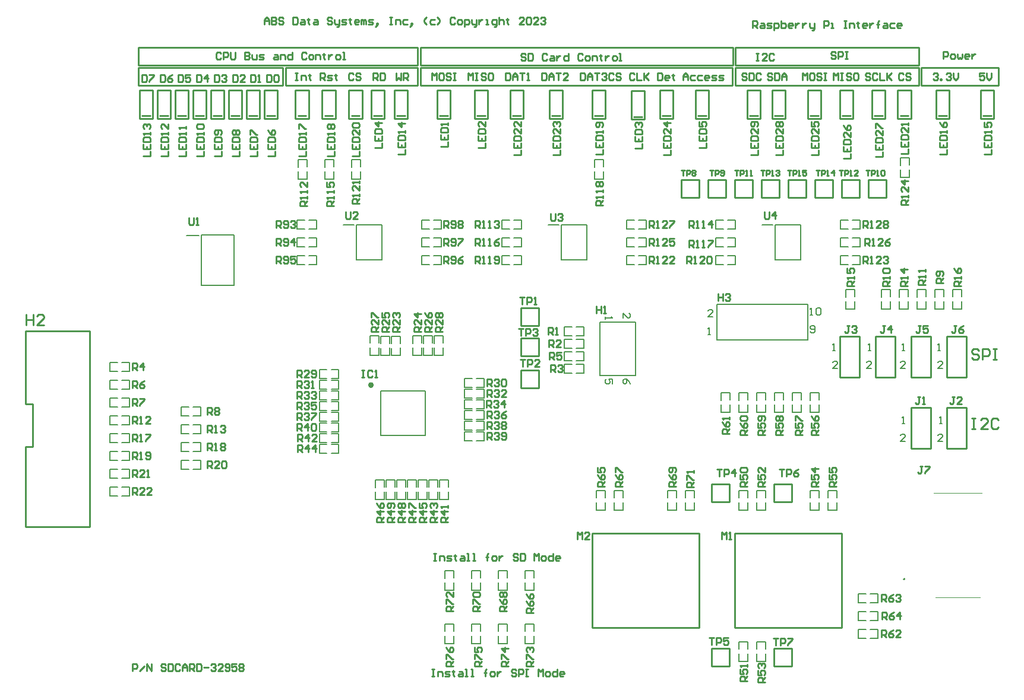
<source format=gto>
G04*
G04 #@! TF.GenerationSoftware,Altium Limited,Altium Designer,22.3.1 (43)*
G04*
G04 Layer_Color=65535*
%FSLAX25Y25*%
%MOIN*%
G70*
G04*
G04 #@! TF.SameCoordinates,1903AC94-178F-402A-AE6A-EB822E6E4443*
G04*
G04*
G04 #@! TF.FilePolarity,Positive*
G04*
G01*
G75*
%ADD10C,0.00787*%
%ADD11C,0.01575*%
%ADD12C,0.01000*%
%ADD13C,0.00394*%
%ADD14C,0.00500*%
%ADD15C,0.00800*%
D10*
X500687Y70697D02*
G03*
X499900Y70697I-394J0D01*
G01*
D02*
G03*
X500687Y70697I394J0D01*
G01*
X105945Y264173D02*
X124055D01*
Y235827D02*
Y264173D01*
X105945Y235827D02*
X124055D01*
X105945D02*
Y264173D01*
X97480Y263779D02*
X104567D01*
X192717Y269843D02*
X207283D01*
Y250157D02*
Y269843D01*
X192717Y250157D02*
X207283D01*
X192717D02*
Y269843D01*
X185531Y269941D02*
X191339D01*
X427716Y269843D02*
X442283D01*
Y250157D02*
Y269843D01*
X427716Y250157D02*
X442283D01*
X427716D02*
Y269843D01*
X420532Y269941D02*
X426339D01*
X307716Y269843D02*
X322284D01*
Y250157D02*
Y269843D01*
X307716Y250157D02*
X322284D01*
X307716D02*
Y269843D01*
X300532Y269941D02*
X306339D01*
X329500Y185000D02*
Y204167D01*
Y185000D02*
Y215000D01*
X349500Y185000D02*
Y215000D01*
X329500D02*
X349500D01*
X329500Y185000D02*
X349500D01*
X206598Y151598D02*
Y176402D01*
Y151598D02*
X231402D01*
Y176402D01*
X206598D02*
X231402D01*
X446000Y205000D02*
Y225000D01*
X395000Y205000D02*
Y225000D01*
Y205000D02*
X446000D01*
X395000Y225000D02*
X446000D01*
D11*
X201776Y179748D02*
G03*
X201776Y179748I-787J0D01*
G01*
D12*
X228750Y359500D02*
X404000D01*
X228750Y369500D02*
X404000D01*
Y359500D02*
Y369500D01*
X228750Y359500D02*
Y369500D01*
X509750Y348000D02*
X553250D01*
X509750Y358000D02*
X553250D01*
Y348000D02*
Y358000D01*
X509750Y348000D02*
Y358000D01*
X405500Y359500D02*
X508500D01*
X405500Y369500D02*
X508500D01*
Y359500D02*
Y369500D01*
X405500Y359500D02*
Y369500D01*
X70500Y348000D02*
X151500D01*
X70500Y358000D02*
X151500D01*
Y348000D02*
Y358000D01*
X70500Y348000D02*
Y358000D01*
X405500Y348000D02*
X508500D01*
X405500Y358000D02*
X508500D01*
Y348000D02*
Y358000D01*
X405500Y348000D02*
Y358000D01*
X228850Y348000D02*
X403850D01*
X228850Y358000D02*
X403850D01*
Y348000D02*
Y358000D01*
X228850Y348000D02*
Y358000D01*
X70550Y359500D02*
X227050D01*
X70550Y369500D02*
X227050D01*
Y359500D02*
Y369500D01*
X70550Y359500D02*
Y369500D01*
X153000Y348000D02*
X227200D01*
X153000Y358000D02*
X227200D01*
Y348000D02*
Y358000D01*
X153000Y348000D02*
Y358000D01*
X445000Y285000D02*
Y295000D01*
X435000Y285000D02*
X445000D01*
X435000D02*
Y295000D01*
X445000D01*
X443000Y285000D02*
X445000D01*
X405000Y43500D02*
Y96500D01*
X465000D01*
Y43500D02*
Y96500D01*
X405000Y43500D02*
X465000D01*
X325000D02*
X385000D01*
Y96500D01*
X325000D02*
X385000D01*
X325000Y43500D02*
Y96500D01*
X384500Y331000D02*
X389000D01*
X383000Y329500D02*
X390500D01*
Y345500D01*
X383000D02*
X390500D01*
X383000Y329500D02*
Y345500D01*
X202500Y331000D02*
X207000D01*
X201000Y329500D02*
X208500D01*
Y345500D01*
X201000D02*
X208500D01*
X201000Y329500D02*
Y345500D01*
X348500Y330500D02*
X353000D01*
X347000Y329000D02*
X354500D01*
Y345000D01*
X347000D02*
X354500D01*
X347000Y329000D02*
Y345000D01*
X260500Y331000D02*
X265000D01*
X259000Y329500D02*
X266500D01*
Y345500D01*
X259000D02*
X266500D01*
X259000Y329500D02*
Y345500D01*
X239500Y331000D02*
X244000D01*
X238000Y329500D02*
X245500D01*
Y345500D01*
X238000D02*
X245500D01*
X238000Y329500D02*
Y345500D01*
X519500Y331000D02*
X524000D01*
X518000Y329500D02*
X525500D01*
Y345500D01*
X518000D02*
X525500D01*
X518000Y329500D02*
Y345500D01*
X544500Y331000D02*
X549000D01*
X543000Y329500D02*
X550500D01*
Y345500D01*
X543000D02*
X550500D01*
X543000Y329500D02*
Y345500D01*
X215500Y331000D02*
X220000D01*
X214000Y329500D02*
X221500D01*
Y345500D01*
X214000D02*
X221500D01*
X214000Y329500D02*
Y345500D01*
X72500Y331000D02*
X77000D01*
X71000Y329500D02*
X78500D01*
Y345500D01*
X71000D02*
X78500D01*
X71000Y329500D02*
Y345500D01*
X82500Y331000D02*
X87000D01*
X81000Y329500D02*
X88500D01*
Y345500D01*
X81000D02*
X88500D01*
X81000Y329500D02*
Y345500D01*
X92500Y331000D02*
X97000D01*
X91000Y329500D02*
X98500D01*
Y345500D01*
X91000D02*
X98500D01*
X91000Y329500D02*
Y345500D01*
X102500Y331000D02*
X107000D01*
X101000Y329500D02*
X108500D01*
Y345500D01*
X101000D02*
X108500D01*
X101000Y329500D02*
Y345500D01*
X112500Y331000D02*
X117000D01*
X111000Y329500D02*
X118500D01*
Y345500D01*
X111000D02*
X118500D01*
X111000Y329500D02*
Y345500D01*
X122500Y331000D02*
X127000D01*
X121000Y329500D02*
X128500D01*
Y345500D01*
X121000D02*
X128500D01*
X121000Y329500D02*
Y345500D01*
X132500Y331000D02*
X137000D01*
X131000Y329500D02*
X138500D01*
Y345500D01*
X131000D02*
X138500D01*
X131000Y329500D02*
Y345500D01*
X142500Y331000D02*
X147000D01*
X141000Y329500D02*
X148500D01*
Y345500D01*
X141000D02*
X148500D01*
X141000Y329500D02*
Y345500D01*
X498000Y331000D02*
X502500D01*
X496500Y329500D02*
X504000D01*
Y345500D01*
X496500D02*
X504000D01*
X496500Y329500D02*
Y345500D01*
X190000Y331000D02*
X194500D01*
X188500Y329500D02*
X196000D01*
Y345500D01*
X188500D02*
X196000D01*
X188500Y329500D02*
Y345500D01*
X326500Y331000D02*
X331000D01*
X325000Y329500D02*
X332500D01*
Y345500D01*
X325000D02*
X332500D01*
X325000Y329500D02*
Y345500D01*
X175000Y331000D02*
X179500D01*
X173500Y329500D02*
X181000D01*
Y345500D01*
X173500D02*
X181000D01*
X173500Y329500D02*
Y345500D01*
X160000Y331000D02*
X164500D01*
X158500Y329500D02*
X166000D01*
Y345500D01*
X158500D02*
X166000D01*
X158500Y329500D02*
Y345500D01*
X413500Y331000D02*
X418000D01*
X412000Y329500D02*
X419500D01*
Y345500D01*
X412000D02*
X419500D01*
X412000Y329500D02*
Y345500D01*
X427500Y331000D02*
X432000D01*
X426000Y329500D02*
X433500D01*
Y345500D01*
X426000D02*
X433500D01*
X426000Y329500D02*
Y345500D01*
X483500Y331000D02*
X488000D01*
X482000Y329500D02*
X489500D01*
Y345500D01*
X482000D02*
X489500D01*
X482000Y329500D02*
Y345500D01*
X465500Y331000D02*
X470000D01*
X464000Y329500D02*
X471500D01*
Y345500D01*
X464000D02*
X471500D01*
X464000Y329500D02*
Y345500D01*
X447500Y331000D02*
X452000D01*
X446000Y329500D02*
X453500D01*
Y345500D01*
X446000D02*
X453500D01*
X446000Y329500D02*
Y345500D01*
X364500Y331000D02*
X369000D01*
X363000Y329500D02*
X370500D01*
Y345500D01*
X363000D02*
X370500D01*
X363000Y329500D02*
Y345500D01*
X302500Y331000D02*
X307000D01*
X301000Y329500D02*
X308500D01*
Y345500D01*
X301000D02*
X308500D01*
X301000Y329500D02*
Y345500D01*
X280500Y331000D02*
X285000D01*
X279000Y329500D02*
X286500D01*
Y345500D01*
X279000D02*
X286500D01*
X279000Y329500D02*
Y345500D01*
X400000Y285000D02*
Y295000D01*
X390000Y285000D02*
X400000D01*
X390000D02*
Y295000D01*
X400000D01*
X398000Y285000D02*
X400000D01*
X385000D02*
Y295000D01*
X375000Y285000D02*
X385000D01*
X375000D02*
Y295000D01*
X385000D01*
X383000Y285000D02*
X385000D01*
X415000D02*
Y295000D01*
X405000Y285000D02*
X415000D01*
X405000D02*
Y295000D01*
X415000D01*
X413000Y285000D02*
X415000D01*
X490000D02*
Y295000D01*
X480000Y285000D02*
X490000D01*
X480000D02*
Y295000D01*
X490000D01*
X488000Y285000D02*
X490000D01*
X430000D02*
Y295000D01*
X420000Y285000D02*
X430000D01*
X420000D02*
Y295000D01*
X430000D01*
X428000Y285000D02*
X430000D01*
X475000D02*
Y295000D01*
X465000Y285000D02*
X475000D01*
X465000D02*
Y295000D01*
X475000D01*
X473000Y285000D02*
X475000D01*
X460000D02*
Y295000D01*
X450000Y285000D02*
X460000D01*
X450000D02*
Y295000D01*
X460000D01*
X458000Y285000D02*
X460000D01*
X11000Y165000D02*
Y169000D01*
X7000D02*
X11000D01*
X7000Y210000D02*
X43000D01*
Y100000D02*
Y210000D01*
X7000Y100000D02*
X43000D01*
X7000D02*
Y145000D01*
Y169000D02*
Y210000D01*
Y145000D02*
X11000D01*
Y165000D01*
X295000Y178000D02*
Y188000D01*
X285000Y178000D02*
X295000D01*
X285000D02*
Y188000D01*
X295000D01*
X293000Y178000D02*
X295000D01*
Y213000D02*
Y223000D01*
X285000Y213000D02*
X295000D01*
X285000D02*
Y223000D01*
X295000D01*
X293000Y213000D02*
X295000D01*
Y196000D02*
Y206000D01*
X285000Y196000D02*
X295000D01*
X285000D02*
Y206000D01*
X295000D01*
X293000Y196000D02*
X295000D01*
X524000Y184000D02*
Y207000D01*
Y184000D02*
X535000D01*
Y207000D01*
X524000D02*
X535000D01*
X504000Y184000D02*
Y207000D01*
Y184000D02*
X515000D01*
Y207000D01*
X504000D02*
X515000D01*
X484000Y184000D02*
Y207000D01*
Y184000D02*
X495000D01*
Y207000D01*
X484000D02*
X495000D01*
X464000Y184000D02*
Y207000D01*
Y184000D02*
X475000D01*
Y207000D01*
X464000D02*
X475000D01*
X524000Y144000D02*
Y167000D01*
Y144000D02*
X535000D01*
Y167000D01*
X524000D02*
X535000D01*
X504000Y144000D02*
Y167000D01*
Y144000D02*
X515000D01*
Y167000D01*
X504000D02*
X515000D01*
X402000Y21800D02*
Y31800D01*
X392000Y21800D02*
X402000D01*
X392000D02*
Y31800D01*
X402000D01*
X400000Y21800D02*
X402000D01*
Y114000D02*
Y124000D01*
X392000Y114000D02*
X402000D01*
X392000D02*
Y124000D01*
X402000D01*
X400000Y114000D02*
X402000D01*
X437000Y21800D02*
Y31800D01*
X427000Y21800D02*
X437000D01*
X427000D02*
Y31800D01*
X437000D01*
X435000Y21800D02*
X437000D01*
Y114000D02*
Y124000D01*
X427000Y114000D02*
X437000D01*
X427000D02*
Y124000D01*
X437000D01*
X435000Y114000D02*
X437000D01*
X348814Y354332D02*
X348147Y354999D01*
X346814D01*
X346148Y354332D01*
Y351666D01*
X346814Y351000D01*
X348147D01*
X348814Y351666D01*
X350146Y354999D02*
Y351000D01*
X352812D01*
X354145Y354999D02*
Y351000D01*
Y352333D01*
X356811Y354999D01*
X354812Y352999D01*
X356811Y351000D01*
X235000Y19999D02*
X236333D01*
X235666D01*
Y16000D01*
X235000D01*
X236333D01*
X238332D02*
Y18666D01*
X240332D01*
X240998Y17999D01*
Y16000D01*
X242331D02*
X244330D01*
X244997Y16667D01*
X244330Y17333D01*
X242997D01*
X242331Y17999D01*
X242997Y18666D01*
X244997D01*
X246996Y19332D02*
Y18666D01*
X246330D01*
X247663D01*
X246996D01*
Y16667D01*
X247663Y16000D01*
X250328Y18666D02*
X251661D01*
X252328Y17999D01*
Y16000D01*
X250328D01*
X249662Y16667D01*
X250328Y17333D01*
X252328D01*
X253661Y16000D02*
X254994D01*
X254327D01*
Y19999D01*
X253661D01*
X256993Y16000D02*
X258326D01*
X257659D01*
Y19999D01*
X256993D01*
X264990Y16000D02*
Y19332D01*
Y17999D01*
X264324D01*
X265657D01*
X264990D01*
Y19332D01*
X265657Y19999D01*
X268323Y16000D02*
X269655D01*
X270322Y16667D01*
Y17999D01*
X269655Y18666D01*
X268323D01*
X267656Y17999D01*
Y16667D01*
X268323Y16000D01*
X271655Y18666D02*
Y16000D01*
Y17333D01*
X272321Y17999D01*
X272988Y18666D01*
X273654D01*
X282318Y19332D02*
X281652Y19999D01*
X280319D01*
X279652Y19332D01*
Y18666D01*
X280319Y17999D01*
X281652D01*
X282318Y17333D01*
Y16667D01*
X281652Y16000D01*
X280319D01*
X279652Y16667D01*
X283651Y16000D02*
Y19999D01*
X285650D01*
X286317Y19332D01*
Y17999D01*
X285650Y17333D01*
X283651D01*
X287650Y19999D02*
X288983D01*
X288316D01*
Y16000D01*
X287650D01*
X288983D01*
X294981D02*
Y19999D01*
X296314Y18666D01*
X297646Y19999D01*
Y16000D01*
X299646D02*
X300979D01*
X301645Y16667D01*
Y17999D01*
X300979Y18666D01*
X299646D01*
X298979Y17999D01*
Y16667D01*
X299646Y16000D01*
X305644Y19999D02*
Y16000D01*
X303644D01*
X302978Y16667D01*
Y17999D01*
X303644Y18666D01*
X305644D01*
X308976Y16000D02*
X307643D01*
X306977Y16667D01*
Y17999D01*
X307643Y18666D01*
X308976D01*
X309643Y17999D01*
Y17333D01*
X306977D01*
X236000Y84999D02*
X237333D01*
X236666D01*
Y81000D01*
X236000D01*
X237333D01*
X239332D02*
Y83666D01*
X241332D01*
X241998Y82999D01*
Y81000D01*
X243331D02*
X245330D01*
X245997Y81666D01*
X245330Y82333D01*
X243997D01*
X243331Y82999D01*
X243997Y83666D01*
X245997D01*
X247996Y84332D02*
Y83666D01*
X247330D01*
X248663D01*
X247996D01*
Y81666D01*
X248663Y81000D01*
X251328Y83666D02*
X252661D01*
X253328Y82999D01*
Y81000D01*
X251328D01*
X250662Y81666D01*
X251328Y82333D01*
X253328D01*
X254661Y81000D02*
X255994D01*
X255327D01*
Y84999D01*
X254661D01*
X257993Y81000D02*
X259326D01*
X258659D01*
Y84999D01*
X257993D01*
X265990Y81000D02*
Y84332D01*
Y82999D01*
X265324D01*
X266657D01*
X265990D01*
Y84332D01*
X266657Y84999D01*
X269323Y81000D02*
X270655D01*
X271322Y81666D01*
Y82999D01*
X270655Y83666D01*
X269323D01*
X268656Y82999D01*
Y81666D01*
X269323Y81000D01*
X272655Y83666D02*
Y81000D01*
Y82333D01*
X273321Y82999D01*
X273988Y83666D01*
X274654D01*
X283318Y84332D02*
X282652Y84999D01*
X281319D01*
X280652Y84332D01*
Y83666D01*
X281319Y82999D01*
X282652D01*
X283318Y82333D01*
Y81666D01*
X282652Y81000D01*
X281319D01*
X280652Y81666D01*
X284651Y84999D02*
Y81000D01*
X286650D01*
X287317Y81666D01*
Y84332D01*
X286650Y84999D01*
X284651D01*
X292648Y81000D02*
Y84999D01*
X293981Y83666D01*
X295314Y84999D01*
Y81000D01*
X297314D02*
X298646D01*
X299313Y81666D01*
Y82999D01*
X298646Y83666D01*
X297314D01*
X296647Y82999D01*
Y81666D01*
X297314Y81000D01*
X303312Y84999D02*
Y81000D01*
X301312D01*
X300646Y81666D01*
Y82999D01*
X301312Y83666D01*
X303312D01*
X306644Y81000D02*
X305311D01*
X304644Y81666D01*
Y82999D01*
X305311Y83666D01*
X306644D01*
X307310Y82999D01*
Y82333D01*
X304644D01*
X541999Y198998D02*
X540999Y199998D01*
X539000D01*
X538000Y198998D01*
Y197999D01*
X539000Y196999D01*
X540999D01*
X541999Y195999D01*
Y195000D01*
X540999Y194000D01*
X539000D01*
X538000Y195000D01*
X543998Y194000D02*
Y199998D01*
X546997D01*
X547997Y198998D01*
Y196999D01*
X546997Y195999D01*
X543998D01*
X549996Y199998D02*
X551996D01*
X550996D01*
Y194000D01*
X549996D01*
X551996D01*
X538000Y160998D02*
X539999D01*
X539000D01*
Y155000D01*
X538000D01*
X539999D01*
X546997D02*
X542998D01*
X546997Y158999D01*
Y159998D01*
X545997Y160998D01*
X543998D01*
X542998Y159998D01*
X552995D02*
X551996Y160998D01*
X549996D01*
X548996Y159998D01*
Y156000D01*
X549996Y155000D01*
X551996D01*
X552995Y156000D01*
X415000Y380333D02*
Y384332D01*
X416999D01*
X417666Y383665D01*
Y382332D01*
X416999Y381666D01*
X415000D01*
X416333D02*
X417666Y380333D01*
X419665Y382999D02*
X420998D01*
X421664Y382332D01*
Y380333D01*
X419665D01*
X418999Y380999D01*
X419665Y381666D01*
X421664D01*
X422997Y380333D02*
X424997D01*
X425663Y380999D01*
X424997Y381666D01*
X423664D01*
X422997Y382332D01*
X423664Y382999D01*
X425663D01*
X426996Y379000D02*
Y382999D01*
X428996D01*
X429662Y382332D01*
Y380999D01*
X428996Y380333D01*
X426996D01*
X430995Y384332D02*
Y380333D01*
X432994D01*
X433661Y380999D01*
Y381666D01*
Y382332D01*
X432994Y382999D01*
X430995D01*
X436993Y380333D02*
X435660D01*
X434994Y380999D01*
Y382332D01*
X435660Y382999D01*
X436993D01*
X437659Y382332D01*
Y381666D01*
X434994D01*
X438992Y382999D02*
Y380333D01*
Y381666D01*
X439659Y382332D01*
X440325Y382999D01*
X440992D01*
X442991D02*
Y380333D01*
Y381666D01*
X443657Y382332D01*
X444324Y382999D01*
X444990D01*
X446990D02*
Y380999D01*
X447656Y380333D01*
X449655D01*
Y379666D01*
X448989Y379000D01*
X448323D01*
X449655Y380333D02*
Y382999D01*
X454987Y380333D02*
Y384332D01*
X456986D01*
X457653Y383665D01*
Y382332D01*
X456986Y381666D01*
X454987D01*
X458986Y380333D02*
X460319D01*
X459652D01*
Y382999D01*
X458986D01*
X466317Y384332D02*
X467650D01*
X466983D01*
Y380333D01*
X466317D01*
X467650D01*
X469649D02*
Y382999D01*
X471648D01*
X472315Y382332D01*
Y380333D01*
X474314Y383665D02*
Y382999D01*
X473648D01*
X474981D01*
X474314D01*
Y380999D01*
X474981Y380333D01*
X478979D02*
X477646D01*
X476980Y380999D01*
Y382332D01*
X477646Y382999D01*
X478979D01*
X479646Y382332D01*
Y381666D01*
X476980D01*
X480979Y382999D02*
Y380333D01*
Y381666D01*
X481645Y382332D01*
X482312Y382999D01*
X482978D01*
X485644Y380333D02*
Y383665D01*
Y382332D01*
X484977D01*
X486310D01*
X485644D01*
Y383665D01*
X486310Y384332D01*
X488976Y382999D02*
X490309D01*
X490976Y382332D01*
Y380333D01*
X488976D01*
X488310Y380999D01*
X488976Y381666D01*
X490976D01*
X494974Y382999D02*
X492975D01*
X492308Y382332D01*
Y380999D01*
X492975Y380333D01*
X494974D01*
X498307D02*
X496974D01*
X496307Y380999D01*
Y382332D01*
X496974Y382999D01*
X498307D01*
X498973Y382332D01*
Y381666D01*
X496307D01*
X522000Y363000D02*
Y366999D01*
X523999D01*
X524666Y366332D01*
Y364999D01*
X523999Y364333D01*
X522000D01*
X526665Y363000D02*
X527998D01*
X528664Y363666D01*
Y364999D01*
X527998Y365666D01*
X526665D01*
X525999Y364999D01*
Y363666D01*
X526665Y363000D01*
X529997Y365666D02*
Y363666D01*
X530664Y363000D01*
X531330Y363666D01*
X531997Y363000D01*
X532663Y363666D01*
Y365666D01*
X535995Y363000D02*
X534663D01*
X533996Y363666D01*
Y364999D01*
X534663Y365666D01*
X535995D01*
X536662Y364999D01*
Y364333D01*
X533996D01*
X537995Y365666D02*
Y363000D01*
Y364333D01*
X538661Y364999D01*
X539328Y365666D01*
X539994D01*
X545244Y355148D02*
X542578D01*
Y353149D01*
X543911Y353815D01*
X544578D01*
X545244Y353149D01*
Y351816D01*
X544578Y351150D01*
X543245D01*
X542578Y351816D01*
X546577Y355148D02*
Y352483D01*
X547910Y351150D01*
X549243Y352483D01*
Y355148D01*
X516500Y354482D02*
X517166Y355148D01*
X518499D01*
X519166Y354482D01*
Y353815D01*
X518499Y353149D01*
X517833D01*
X518499D01*
X519166Y352483D01*
Y351816D01*
X518499Y351150D01*
X517166D01*
X516500Y351816D01*
X520499Y351150D02*
Y351816D01*
X521165D01*
Y351150D01*
X520499D01*
X523831Y354482D02*
X524497Y355148D01*
X525830D01*
X526497Y354482D01*
Y353815D01*
X525830Y353149D01*
X525164D01*
X525830D01*
X526497Y352483D01*
Y351816D01*
X525830Y351150D01*
X524497D01*
X523831Y351816D01*
X527830Y355148D02*
Y352483D01*
X529163Y351150D01*
X530496Y352483D01*
Y355148D01*
X461666Y366332D02*
X460999Y366999D01*
X459666D01*
X459000Y366332D01*
Y365666D01*
X459666Y364999D01*
X460999D01*
X461666Y364333D01*
Y363666D01*
X460999Y363000D01*
X459666D01*
X459000Y363666D01*
X462999Y363000D02*
Y366999D01*
X464998D01*
X465664Y366332D01*
Y364999D01*
X464998Y364333D01*
X462999D01*
X466997Y366999D02*
X468330D01*
X467664D01*
Y363000D01*
X466997D01*
X468330D01*
X67000Y19000D02*
Y22999D01*
X68999D01*
X69666Y22332D01*
Y20999D01*
X68999Y20333D01*
X67000D01*
X70999Y19000D02*
X73664Y21666D01*
X74997Y19000D02*
Y22999D01*
X77663Y19000D01*
Y22999D01*
X85661Y22332D02*
X84994Y22999D01*
X83661D01*
X82995Y22332D01*
Y21666D01*
X83661Y20999D01*
X84994D01*
X85661Y20333D01*
Y19667D01*
X84994Y19000D01*
X83661D01*
X82995Y19667D01*
X86994Y22999D02*
Y19000D01*
X88993D01*
X89659Y19667D01*
Y22332D01*
X88993Y22999D01*
X86994D01*
X93658Y22332D02*
X92992Y22999D01*
X91659D01*
X90992Y22332D01*
Y19667D01*
X91659Y19000D01*
X92992D01*
X93658Y19667D01*
X94991Y19000D02*
Y21666D01*
X96324Y22999D01*
X97657Y21666D01*
Y19000D01*
Y20999D01*
X94991D01*
X98990Y19000D02*
Y22999D01*
X100989D01*
X101655Y22332D01*
Y20999D01*
X100989Y20333D01*
X98990D01*
X100323D02*
X101655Y19000D01*
X102988Y22999D02*
Y19000D01*
X104988D01*
X105654Y19667D01*
Y22332D01*
X104988Y22999D01*
X102988D01*
X106987Y20999D02*
X109653D01*
X110986Y22332D02*
X111652Y22999D01*
X112985D01*
X113652Y22332D01*
Y21666D01*
X112985Y20999D01*
X112319D01*
X112985D01*
X113652Y20333D01*
Y19667D01*
X112985Y19000D01*
X111652D01*
X110986Y19667D01*
X117650Y19000D02*
X114985D01*
X117650Y21666D01*
Y22332D01*
X116984Y22999D01*
X115651D01*
X114985Y22332D01*
X118983Y19667D02*
X119650Y19000D01*
X120983D01*
X121649Y19667D01*
Y22332D01*
X120983Y22999D01*
X119650D01*
X118983Y22332D01*
Y21666D01*
X119650Y20999D01*
X121649D01*
X125648Y22999D02*
X122982D01*
Y20999D01*
X124315Y21666D01*
X124981D01*
X125648Y20999D01*
Y19667D01*
X124981Y19000D01*
X123648D01*
X122982Y19667D01*
X126981Y22332D02*
X127647Y22999D01*
X128980D01*
X129647Y22332D01*
Y21666D01*
X128980Y20999D01*
X129647Y20333D01*
Y19667D01*
X128980Y19000D01*
X127647D01*
X126981Y19667D01*
Y20333D01*
X127647Y20999D01*
X126981Y21666D01*
Y22332D01*
X127647Y20999D02*
X128980D01*
X417000Y365999D02*
X418333D01*
X417666D01*
Y362000D01*
X417000D01*
X418333D01*
X422998D02*
X420332D01*
X422998Y364666D01*
Y365332D01*
X422332Y365999D01*
X420999D01*
X420332Y365332D01*
X426997D02*
X426330Y365999D01*
X424997D01*
X424331Y365332D01*
Y362666D01*
X424997Y362000D01*
X426330D01*
X426997Y362666D01*
X499666Y354332D02*
X498999Y354999D01*
X497666D01*
X497000Y354332D01*
Y351666D01*
X497666Y351000D01*
X498999D01*
X499666Y351666D01*
X503664Y354332D02*
X502998Y354999D01*
X501665D01*
X500999Y354332D01*
Y353666D01*
X501665Y352999D01*
X502998D01*
X503664Y352333D01*
Y351666D01*
X502998Y351000D01*
X501665D01*
X500999Y351666D01*
X481066Y354332D02*
X480400Y354999D01*
X479067D01*
X478401Y354332D01*
Y353666D01*
X479067Y352999D01*
X480400D01*
X481066Y352333D01*
Y351666D01*
X480400Y351000D01*
X479067D01*
X478401Y351666D01*
X485065Y354332D02*
X484399Y354999D01*
X483066D01*
X482399Y354332D01*
Y351666D01*
X483066Y351000D01*
X484399D01*
X485065Y351666D01*
X486398Y354999D02*
Y351000D01*
X489064D01*
X490397Y354999D02*
Y351000D01*
Y352333D01*
X493063Y354999D01*
X491063Y352999D01*
X493063Y351000D01*
X443201D02*
Y354999D01*
X444534Y353666D01*
X445867Y354999D01*
Y351000D01*
X449199Y354999D02*
X447866D01*
X447200Y354332D01*
Y351666D01*
X447866Y351000D01*
X449199D01*
X449866Y351666D01*
Y354332D01*
X449199Y354999D01*
X453864Y354332D02*
X453198Y354999D01*
X451865D01*
X451199Y354332D01*
Y353666D01*
X451865Y352999D01*
X453198D01*
X453864Y352333D01*
Y351666D01*
X453198Y351000D01*
X451865D01*
X451199Y351666D01*
X455197Y354999D02*
X456530D01*
X455864D01*
Y351000D01*
X455197D01*
X456530D01*
X411666Y354332D02*
X410999Y354999D01*
X409666D01*
X409000Y354332D01*
Y353666D01*
X409666Y352999D01*
X410999D01*
X411666Y352333D01*
Y351666D01*
X410999Y351000D01*
X409666D01*
X409000Y351666D01*
X412999Y354999D02*
Y351000D01*
X414998D01*
X415664Y351666D01*
Y354332D01*
X414998Y354999D01*
X412999D01*
X419663Y354332D02*
X418997Y354999D01*
X417664D01*
X416997Y354332D01*
Y351666D01*
X417664Y351000D01*
X418997D01*
X419663Y351666D01*
X460468Y351000D02*
Y354999D01*
X461801Y353666D01*
X463133Y354999D01*
Y351000D01*
X464466Y354999D02*
X465799D01*
X465133D01*
Y351000D01*
X464466D01*
X465799D01*
X470465Y354332D02*
X469798Y354999D01*
X468465D01*
X467799Y354332D01*
Y353666D01*
X468465Y352999D01*
X469798D01*
X470465Y352333D01*
Y351666D01*
X469798Y351000D01*
X468465D01*
X467799Y351666D01*
X473797Y354999D02*
X472464D01*
X471797Y354332D01*
Y351666D01*
X472464Y351000D01*
X473797D01*
X474463Y351666D01*
Y354332D01*
X473797Y354999D01*
X426266Y354332D02*
X425600Y354999D01*
X424267D01*
X423601Y354332D01*
Y353666D01*
X424267Y352999D01*
X425600D01*
X426266Y352333D01*
Y351666D01*
X425600Y351000D01*
X424267D01*
X423601Y351666D01*
X427599Y354999D02*
Y351000D01*
X429599D01*
X430265Y351666D01*
Y354332D01*
X429599Y354999D01*
X427599D01*
X431598Y351000D02*
Y353666D01*
X432931Y354999D01*
X434264Y353666D01*
Y351000D01*
Y352999D01*
X431598D01*
X361740Y354999D02*
Y351000D01*
X363740D01*
X364406Y351666D01*
Y354332D01*
X363740Y354999D01*
X361740D01*
X367738Y351000D02*
X366405D01*
X365739Y351666D01*
Y352999D01*
X366405Y353666D01*
X367738D01*
X368405Y352999D01*
Y352333D01*
X365739D01*
X370404Y354332D02*
Y353666D01*
X369738D01*
X371071D01*
X370404D01*
Y351666D01*
X371071Y351000D01*
X318559Y354999D02*
Y351000D01*
X320558D01*
X321225Y351666D01*
Y354332D01*
X320558Y354999D01*
X318559D01*
X322558Y351000D02*
Y353666D01*
X323890Y354999D01*
X325223Y353666D01*
Y351000D01*
Y352999D01*
X322558D01*
X326556Y354999D02*
X329222D01*
X327889D01*
Y351000D01*
X330555Y354332D02*
X331222Y354999D01*
X332554D01*
X333221Y354332D01*
Y353666D01*
X332554Y352999D01*
X331888D01*
X332554D01*
X333221Y352333D01*
Y351666D01*
X332554Y351000D01*
X331222D01*
X330555Y351666D01*
X337220Y354332D02*
X336553Y354999D01*
X335220D01*
X334554Y354332D01*
Y351666D01*
X335220Y351000D01*
X336553D01*
X337220Y351666D01*
X341218Y354332D02*
X340552Y354999D01*
X339219D01*
X338552Y354332D01*
Y353666D01*
X339219Y352999D01*
X340552D01*
X341218Y352333D01*
Y351666D01*
X340552Y351000D01*
X339219D01*
X338552Y351666D01*
X376000Y351000D02*
Y353666D01*
X377333Y354999D01*
X378666Y353666D01*
Y351000D01*
Y352999D01*
X376000D01*
X382664Y353666D02*
X380665D01*
X379999Y352999D01*
Y351666D01*
X380665Y351000D01*
X382664D01*
X386663Y353666D02*
X384664D01*
X383997Y352999D01*
Y351666D01*
X384664Y351000D01*
X386663D01*
X389995D02*
X388663D01*
X387996Y351666D01*
Y352999D01*
X388663Y353666D01*
X389995D01*
X390662Y352999D01*
Y352333D01*
X387996D01*
X391995Y351000D02*
X393994D01*
X394661Y351666D01*
X393994Y352333D01*
X392661D01*
X391995Y352999D01*
X392661Y353666D01*
X394661D01*
X395993Y351000D02*
X397993D01*
X398659Y351666D01*
X397993Y352333D01*
X396660D01*
X395993Y352999D01*
X396660Y353666D01*
X398659D01*
X287666Y365332D02*
X286999Y365999D01*
X285666D01*
X285000Y365332D01*
Y364666D01*
X285666Y363999D01*
X286999D01*
X287666Y363333D01*
Y362666D01*
X286999Y362000D01*
X285666D01*
X285000Y362666D01*
X288999Y365999D02*
Y362000D01*
X290998D01*
X291665Y362666D01*
Y365332D01*
X290998Y365999D01*
X288999D01*
X299662Y365332D02*
X298995Y365999D01*
X297663D01*
X296996Y365332D01*
Y362666D01*
X297663Y362000D01*
X298995D01*
X299662Y362666D01*
X301661Y364666D02*
X302994D01*
X303661Y363999D01*
Y362000D01*
X301661D01*
X300995Y362666D01*
X301661Y363333D01*
X303661D01*
X304994Y364666D02*
Y362000D01*
Y363333D01*
X305660Y363999D01*
X306327Y364666D01*
X306993D01*
X311658Y365999D02*
Y362000D01*
X309659D01*
X308992Y362666D01*
Y363999D01*
X309659Y364666D01*
X311658D01*
X319655Y365332D02*
X318989Y365999D01*
X317656D01*
X316990Y365332D01*
Y362666D01*
X317656Y362000D01*
X318989D01*
X319655Y362666D01*
X321655Y362000D02*
X322988D01*
X323654Y362666D01*
Y363999D01*
X322988Y364666D01*
X321655D01*
X320988Y363999D01*
Y362666D01*
X321655Y362000D01*
X324987D02*
Y364666D01*
X326987D01*
X327653Y363999D01*
Y362000D01*
X329652Y365332D02*
Y364666D01*
X328986D01*
X330319D01*
X329652D01*
Y362666D01*
X330319Y362000D01*
X332318Y364666D02*
Y362000D01*
Y363333D01*
X332984Y363999D01*
X333651Y364666D01*
X334317D01*
X336983Y362000D02*
X338316D01*
X338983Y362666D01*
Y363999D01*
X338316Y364666D01*
X336983D01*
X336317Y363999D01*
Y362666D01*
X336983Y362000D01*
X340316D02*
X341648D01*
X340982D01*
Y365999D01*
X340316D01*
X235000Y351000D02*
Y354999D01*
X236333Y353666D01*
X237666Y354999D01*
Y351000D01*
X240998Y354999D02*
X239665D01*
X238999Y354332D01*
Y351666D01*
X239665Y351000D01*
X240998D01*
X241665Y351666D01*
Y354332D01*
X240998Y354999D01*
X245663Y354332D02*
X244997Y354999D01*
X243664D01*
X242997Y354332D01*
Y353666D01*
X243664Y352999D01*
X244997D01*
X245663Y352333D01*
Y351666D01*
X244997Y351000D01*
X243664D01*
X242997Y351666D01*
X246996Y354999D02*
X248329D01*
X247663D01*
Y351000D01*
X246996D01*
X248329D01*
X255390D02*
Y354999D01*
X256723Y353666D01*
X258056Y354999D01*
Y351000D01*
X259389Y354999D02*
X260721D01*
X260055D01*
Y351000D01*
X259389D01*
X260721D01*
X265387Y354332D02*
X264720Y354999D01*
X263387D01*
X262721Y354332D01*
Y353666D01*
X263387Y352999D01*
X264720D01*
X265387Y352333D01*
Y351666D01*
X264720Y351000D01*
X263387D01*
X262721Y351666D01*
X268719Y354999D02*
X267386D01*
X266720Y354332D01*
Y351666D01*
X267386Y351000D01*
X268719D01*
X269385Y351666D01*
Y354332D01*
X268719Y354999D01*
X276446D02*
Y351000D01*
X278446D01*
X279112Y351666D01*
Y354332D01*
X278446Y354999D01*
X276446D01*
X280445Y351000D02*
Y353666D01*
X281778Y354999D01*
X283111Y353666D01*
Y351000D01*
Y352999D01*
X280445D01*
X284444Y354999D02*
X287109D01*
X285776D01*
Y351000D01*
X288442D02*
X289775D01*
X289109D01*
Y354999D01*
X288442Y354332D01*
X296836Y354999D02*
Y351000D01*
X298835D01*
X299502Y351666D01*
Y354332D01*
X298835Y354999D01*
X296836D01*
X300835Y351000D02*
Y353666D01*
X302168Y354999D01*
X303501Y353666D01*
Y351000D01*
Y352999D01*
X300835D01*
X304834Y354999D02*
X307499D01*
X306166D01*
Y351000D01*
X311498D02*
X308832D01*
X311498Y353666D01*
Y354332D01*
X310832Y354999D01*
X309499D01*
X308832Y354332D01*
X215000Y355199D02*
Y351200D01*
X216333Y352533D01*
X217666Y351200D01*
Y355199D01*
X218999Y351200D02*
Y355199D01*
X220998D01*
X221665Y354532D01*
Y353199D01*
X220998Y352533D01*
X218999D01*
X220332D02*
X221665Y351200D01*
X202000D02*
Y355199D01*
X203999D01*
X204666Y354532D01*
Y353199D01*
X203999Y352533D01*
X202000D01*
X203333D02*
X204666Y351200D01*
X205999Y355199D02*
Y351200D01*
X207998D01*
X208664Y351866D01*
Y354532D01*
X207998Y355199D01*
X205999D01*
X141000Y382333D02*
Y384999D01*
X142333Y386332D01*
X143666Y384999D01*
Y382333D01*
Y384332D01*
X141000D01*
X144999Y386332D02*
Y382333D01*
X146998D01*
X147664Y382999D01*
Y383666D01*
X146998Y384332D01*
X144999D01*
X146998D01*
X147664Y384999D01*
Y385665D01*
X146998Y386332D01*
X144999D01*
X151663Y385665D02*
X150997Y386332D01*
X149664D01*
X148997Y385665D01*
Y384999D01*
X149664Y384332D01*
X150997D01*
X151663Y383666D01*
Y382999D01*
X150997Y382333D01*
X149664D01*
X148997Y382999D01*
X156995Y386332D02*
Y382333D01*
X158994D01*
X159661Y382999D01*
Y385665D01*
X158994Y386332D01*
X156995D01*
X161660Y384999D02*
X162993D01*
X163659Y384332D01*
Y382333D01*
X161660D01*
X160994Y382999D01*
X161660Y383666D01*
X163659D01*
X165659Y385665D02*
Y384999D01*
X164992D01*
X166325D01*
X165659D01*
Y382999D01*
X166325Y382333D01*
X168991Y384999D02*
X170324D01*
X170990Y384332D01*
Y382333D01*
X168991D01*
X168324Y382999D01*
X168991Y383666D01*
X170990D01*
X178988Y385665D02*
X178321Y386332D01*
X176988D01*
X176322Y385665D01*
Y384999D01*
X176988Y384332D01*
X178321D01*
X178988Y383666D01*
Y382999D01*
X178321Y382333D01*
X176988D01*
X176322Y382999D01*
X180321Y384999D02*
Y382999D01*
X180987Y382333D01*
X182986D01*
Y381666D01*
X182320Y381000D01*
X181653D01*
X182986Y382333D02*
Y384999D01*
X184319Y382333D02*
X186319D01*
X186985Y382999D01*
X186319Y383666D01*
X184986D01*
X184319Y384332D01*
X184986Y384999D01*
X186985D01*
X188985Y385665D02*
Y384999D01*
X188318D01*
X189651D01*
X188985D01*
Y382999D01*
X189651Y382333D01*
X193650D02*
X192317D01*
X191650Y382999D01*
Y384332D01*
X192317Y384999D01*
X193650D01*
X194316Y384332D01*
Y383666D01*
X191650D01*
X195649Y382333D02*
Y384999D01*
X196316D01*
X196982Y384332D01*
Y382333D01*
Y384332D01*
X197648Y384999D01*
X198315Y384332D01*
Y382333D01*
X199648D02*
X201647D01*
X202314Y382999D01*
X201647Y383666D01*
X200314D01*
X199648Y384332D01*
X200314Y384999D01*
X202314D01*
X204313Y381666D02*
X204979Y382333D01*
Y382999D01*
X204313D01*
Y382333D01*
X204979D01*
X204313Y381666D01*
X203646Y381000D01*
X211644Y386332D02*
X212977D01*
X212310D01*
Y382333D01*
X211644D01*
X212977D01*
X214976D02*
Y384999D01*
X216975D01*
X217642Y384332D01*
Y382333D01*
X221641Y384999D02*
X219641D01*
X218975Y384332D01*
Y382999D01*
X219641Y382333D01*
X221641D01*
X223640Y381666D02*
X224307Y382333D01*
Y382999D01*
X223640D01*
Y382333D01*
X224307D01*
X223640Y381666D01*
X222974Y381000D01*
X232304Y382333D02*
X230971Y383666D01*
Y384999D01*
X232304Y386332D01*
X236969Y384999D02*
X234970D01*
X234303Y384332D01*
Y382999D01*
X234970Y382333D01*
X236969D01*
X238302D02*
X239635Y383666D01*
Y384999D01*
X238302Y386332D01*
X248299Y385665D02*
X247632Y386332D01*
X246299D01*
X245633Y385665D01*
Y382999D01*
X246299Y382333D01*
X247632D01*
X248299Y382999D01*
X250298Y382333D02*
X251631D01*
X252297Y382999D01*
Y384332D01*
X251631Y384999D01*
X250298D01*
X249632Y384332D01*
Y382999D01*
X250298Y382333D01*
X253630Y381000D02*
Y384999D01*
X255630D01*
X256296Y384332D01*
Y382999D01*
X255630Y382333D01*
X253630D01*
X257629Y384999D02*
Y382999D01*
X258295Y382333D01*
X260295D01*
Y381666D01*
X259628Y381000D01*
X258962D01*
X260295Y382333D02*
Y384999D01*
X261628D02*
Y382333D01*
Y383666D01*
X262294Y384332D01*
X262961Y384999D01*
X263627D01*
X265627Y382333D02*
X266959D01*
X266293D01*
Y384999D01*
X265627D01*
X270292Y381000D02*
X270958D01*
X271624Y381666D01*
Y384999D01*
X269625D01*
X268959Y384332D01*
Y382999D01*
X269625Y382333D01*
X271624D01*
X272957Y386332D02*
Y382333D01*
Y384332D01*
X273624Y384999D01*
X274957D01*
X275623Y384332D01*
Y382333D01*
X277623Y385665D02*
Y384999D01*
X276956D01*
X278289D01*
X277623D01*
Y382999D01*
X278289Y382333D01*
X286953D02*
X284287D01*
X286953Y384999D01*
Y385665D01*
X286286Y386332D01*
X284954D01*
X284287Y385665D01*
X288286D02*
X288952Y386332D01*
X290285D01*
X290952Y385665D01*
Y382999D01*
X290285Y382333D01*
X288952D01*
X288286Y382999D01*
Y385665D01*
X294950Y382333D02*
X292284D01*
X294950Y384999D01*
Y385665D01*
X294284Y386332D01*
X292951D01*
X292284Y385665D01*
X296283D02*
X296950Y386332D01*
X298283D01*
X298949Y385665D01*
Y384999D01*
X298283Y384332D01*
X297616D01*
X298283D01*
X298949Y383666D01*
Y382999D01*
X298283Y382333D01*
X296950D01*
X296283Y382999D01*
X123452Y353999D02*
Y350000D01*
X125451D01*
X126118Y350666D01*
Y353332D01*
X125451Y353999D01*
X123452D01*
X130117Y350000D02*
X127451D01*
X130117Y352666D01*
Y353332D01*
X129450Y353999D01*
X128117D01*
X127451Y353332D01*
X133642Y353999D02*
Y350000D01*
X135642D01*
X136308Y350666D01*
Y353332D01*
X135642Y353999D01*
X133642D01*
X137641Y350000D02*
X138974D01*
X138308D01*
Y353999D01*
X137641Y353332D01*
X142500Y353999D02*
Y350000D01*
X144499D01*
X145166Y350666D01*
Y353332D01*
X144499Y353999D01*
X142500D01*
X146499Y353332D02*
X147165Y353999D01*
X148498D01*
X149164Y353332D01*
Y350666D01*
X148498Y350000D01*
X147165D01*
X146499Y350666D01*
Y353332D01*
X158500Y355199D02*
X159833D01*
X159167D01*
Y351200D01*
X158500D01*
X159833D01*
X161832D02*
Y353866D01*
X163832D01*
X164498Y353199D01*
Y351200D01*
X166497Y354532D02*
Y353866D01*
X165831D01*
X167164D01*
X166497D01*
Y351866D01*
X167164Y351200D01*
X172500D02*
Y355199D01*
X174499D01*
X175166Y354532D01*
Y353199D01*
X174499Y352533D01*
X172500D01*
X173833D02*
X175166Y351200D01*
X176499D02*
X178498D01*
X179165Y351866D01*
X178498Y352533D01*
X177165D01*
X176499Y353199D01*
X177165Y353866D01*
X179165D01*
X181164Y354532D02*
Y353866D01*
X180497D01*
X181830D01*
X181164D01*
Y351866D01*
X181830Y351200D01*
X191166Y354532D02*
X190499Y355199D01*
X189166D01*
X188500Y354532D01*
Y351866D01*
X189166Y351200D01*
X190499D01*
X191166Y351866D01*
X195165Y354532D02*
X194498Y355199D01*
X193165D01*
X192499Y354532D01*
Y353866D01*
X193165Y353199D01*
X194498D01*
X195165Y352533D01*
Y351866D01*
X194498Y351200D01*
X193165D01*
X192499Y351866D01*
X116666Y366132D02*
X115999Y366799D01*
X114666D01*
X114000Y366132D01*
Y363466D01*
X114666Y362800D01*
X115999D01*
X116666Y363466D01*
X117999Y362800D02*
Y366799D01*
X119998D01*
X120665Y366132D01*
Y364799D01*
X119998Y364133D01*
X117999D01*
X121997Y366799D02*
Y363466D01*
X122664Y362800D01*
X123997D01*
X124663Y363466D01*
Y366799D01*
X129995D02*
Y362800D01*
X131994D01*
X132661Y363466D01*
Y364133D01*
X131994Y364799D01*
X129995D01*
X131994D01*
X132661Y365466D01*
Y366132D01*
X131994Y366799D01*
X129995D01*
X133994Y365466D02*
Y363466D01*
X134660Y362800D01*
X136659D01*
Y365466D01*
X137992Y362800D02*
X139992D01*
X140658Y363466D01*
X139992Y364133D01*
X138659D01*
X137992Y364799D01*
X138659Y365466D01*
X140658D01*
X146656D02*
X147989D01*
X148655Y364799D01*
Y362800D01*
X146656D01*
X145990Y363466D01*
X146656Y364133D01*
X148655D01*
X149988Y362800D02*
Y365466D01*
X151988D01*
X152654Y364799D01*
Y362800D01*
X156653Y366799D02*
Y362800D01*
X154654D01*
X153987Y363466D01*
Y364799D01*
X154654Y365466D01*
X156653D01*
X164650Y366132D02*
X163984Y366799D01*
X162651D01*
X161985Y366132D01*
Y363466D01*
X162651Y362800D01*
X163984D01*
X164650Y363466D01*
X166650Y362800D02*
X167983D01*
X168649Y363466D01*
Y364799D01*
X167983Y365466D01*
X166650D01*
X165983Y364799D01*
Y363466D01*
X166650Y362800D01*
X169982D02*
Y365466D01*
X171981D01*
X172648Y364799D01*
Y362800D01*
X174647Y366132D02*
Y365466D01*
X173981D01*
X175314D01*
X174647D01*
Y363466D01*
X175314Y362800D01*
X177313Y365466D02*
Y362800D01*
Y364133D01*
X177979Y364799D01*
X178646Y365466D01*
X179312D01*
X181978Y362800D02*
X183311D01*
X183977Y363466D01*
Y364799D01*
X183311Y365466D01*
X181978D01*
X181312Y364799D01*
Y363466D01*
X181978Y362800D01*
X185310D02*
X186643D01*
X185977D01*
Y366799D01*
X185310D01*
X92881Y353999D02*
Y350000D01*
X94880D01*
X95547Y350666D01*
Y353332D01*
X94880Y353999D01*
X92881D01*
X99545D02*
X96880D01*
Y351999D01*
X98212Y352666D01*
X98879D01*
X99545Y351999D01*
Y350666D01*
X98879Y350000D01*
X97546D01*
X96880Y350666D01*
X82690Y353999D02*
Y350000D01*
X84690D01*
X85356Y350666D01*
Y353332D01*
X84690Y353999D01*
X82690D01*
X89355D02*
X88022Y353332D01*
X86689Y351999D01*
Y350666D01*
X87356Y350000D01*
X88688D01*
X89355Y350666D01*
Y351333D01*
X88688Y351999D01*
X86689D01*
X72500Y353999D02*
Y350000D01*
X74499D01*
X75166Y350666D01*
Y353332D01*
X74499Y353999D01*
X72500D01*
X76499D02*
X79164D01*
Y353332D01*
X76499Y350666D01*
Y350000D01*
X103071Y353999D02*
Y350000D01*
X105071D01*
X105737Y350666D01*
Y353332D01*
X105071Y353999D01*
X103071D01*
X109069Y350000D02*
Y353999D01*
X107070Y351999D01*
X109736D01*
X113262Y353999D02*
Y350000D01*
X115261D01*
X115927Y350666D01*
Y353332D01*
X115261Y353999D01*
X113262D01*
X117260Y353332D02*
X117927Y353999D01*
X119260D01*
X119926Y353332D01*
Y352666D01*
X119260Y351999D01*
X118593D01*
X119260D01*
X119926Y351333D01*
Y350666D01*
X119260Y350000D01*
X117927D01*
X117260Y350666D01*
X421668Y276999D02*
Y273667D01*
X422334Y273001D01*
X423667D01*
X424334Y273667D01*
Y276999D01*
X427666Y273001D02*
Y276999D01*
X425667Y275000D01*
X428332D01*
X301668Y275999D02*
Y272667D01*
X302334Y272001D01*
X303667D01*
X304334Y272667D01*
Y275999D01*
X305666Y275333D02*
X306333Y275999D01*
X307666D01*
X308332Y275333D01*
Y274666D01*
X307666Y274000D01*
X306999D01*
X307666D01*
X308332Y273334D01*
Y272667D01*
X307666Y272001D01*
X306333D01*
X305666Y272667D01*
X186668Y276999D02*
Y273667D01*
X187334Y273001D01*
X188667D01*
X189333Y273667D01*
Y276999D01*
X193332Y273001D02*
X190666D01*
X193332Y275666D01*
Y276333D01*
X192666Y276999D01*
X191333D01*
X190666Y276333D01*
X98683Y273848D02*
Y270516D01*
X99349Y269850D01*
X100682D01*
X101349Y270516D01*
Y273848D01*
X102682Y269850D02*
X104015D01*
X103348D01*
Y273848D01*
X102682Y273182D01*
X434752Y300500D02*
X436751D01*
X435751D01*
Y297500D01*
X437751D02*
Y300500D01*
X439250D01*
X439750Y300000D01*
Y299000D01*
X439250Y298500D01*
X437751D01*
X440750Y297500D02*
X441749D01*
X441250D01*
Y300500D01*
X440750Y300000D01*
X445248Y300500D02*
X443249D01*
Y299000D01*
X444249Y299500D01*
X444748D01*
X445248Y299000D01*
Y298000D01*
X444748Y297500D01*
X443749D01*
X443249Y298000D01*
X450752Y300500D02*
X452751D01*
X451751D01*
Y297500D01*
X453751D02*
Y300500D01*
X455250D01*
X455750Y300000D01*
Y299000D01*
X455250Y298500D01*
X453751D01*
X456750Y297500D02*
X457749D01*
X457250D01*
Y300500D01*
X456750Y300000D01*
X460748Y297500D02*
Y300500D01*
X459249Y299000D01*
X461248D01*
X419752Y300500D02*
X421751D01*
X420751D01*
Y297500D01*
X422751D02*
Y300500D01*
X424250D01*
X424750Y300000D01*
Y299000D01*
X424250Y298500D01*
X422751D01*
X425750Y297500D02*
X426749D01*
X426250D01*
Y300500D01*
X425750Y300000D01*
X428249D02*
X428749Y300500D01*
X429748D01*
X430248Y300000D01*
Y299500D01*
X429748Y299000D01*
X429249D01*
X429748D01*
X430248Y298500D01*
Y298000D01*
X429748Y297500D01*
X428749D01*
X428249Y298000D01*
X463752Y300500D02*
X465751D01*
X464751D01*
Y297500D01*
X466751D02*
Y300500D01*
X468250D01*
X468750Y300000D01*
Y299000D01*
X468250Y298500D01*
X466751D01*
X469750Y297500D02*
X470749D01*
X470250D01*
Y300500D01*
X469750Y300000D01*
X474248Y297500D02*
X472249D01*
X474248Y299500D01*
Y300000D01*
X473748Y300500D01*
X472749D01*
X472249Y300000D01*
X405252Y300500D02*
X407251D01*
X406251D01*
Y297500D01*
X408251D02*
Y300500D01*
X409750D01*
X410250Y300000D01*
Y299000D01*
X409750Y298500D01*
X408251D01*
X411250Y297500D02*
X412249D01*
X411749D01*
Y300500D01*
X411250Y300000D01*
X413749Y297500D02*
X414748D01*
X414249D01*
Y300500D01*
X413749Y300000D01*
X478752Y300500D02*
X480751D01*
X479751D01*
Y297500D01*
X481751D02*
Y300500D01*
X483250D01*
X483750Y300000D01*
Y299000D01*
X483250Y298500D01*
X481751D01*
X484750Y297500D02*
X485749D01*
X485250D01*
Y300500D01*
X484750Y300000D01*
X487249D02*
X487749Y300500D01*
X488749D01*
X489248Y300000D01*
Y298000D01*
X488749Y297500D01*
X487749D01*
X487249Y298000D01*
Y300000D01*
X391001Y300500D02*
X393001D01*
X392001D01*
Y297500D01*
X394000D02*
Y300500D01*
X395500D01*
X396000Y300000D01*
Y299000D01*
X395500Y298500D01*
X394000D01*
X396999Y298000D02*
X397499Y297500D01*
X398499D01*
X398999Y298000D01*
Y300000D01*
X398499Y300500D01*
X397499D01*
X396999Y300000D01*
Y299500D01*
X397499Y299000D01*
X398999D01*
X375001Y300500D02*
X377001D01*
X376001D01*
Y297500D01*
X378000D02*
Y300500D01*
X379500D01*
X380000Y300000D01*
Y299000D01*
X379500Y298500D01*
X378000D01*
X380999Y300000D02*
X381499Y300500D01*
X382499D01*
X382999Y300000D01*
Y299500D01*
X382499Y299000D01*
X382999Y298500D01*
Y298000D01*
X382499Y297500D01*
X381499D01*
X380999Y298000D01*
Y298500D01*
X381499Y299000D01*
X380999Y299500D01*
Y300000D01*
X381499Y299000D02*
X382499D01*
X426668Y37499D02*
X429334D01*
X428001D01*
Y33501D01*
X430667D02*
Y37499D01*
X432666D01*
X433333Y36833D01*
Y35500D01*
X432666Y34834D01*
X430667D01*
X434666Y37499D02*
X437332D01*
Y36833D01*
X434666Y34167D01*
Y33501D01*
X430116Y132448D02*
X432782D01*
X431449D01*
Y128450D01*
X434115D02*
Y132448D01*
X436114D01*
X436780Y131782D01*
Y130449D01*
X436114Y129783D01*
X434115D01*
X440779Y132448D02*
X439446Y131782D01*
X438113Y130449D01*
Y129116D01*
X438780Y128450D01*
X440113D01*
X440779Y129116D01*
Y129783D01*
X440113Y130449D01*
X438113D01*
X390668Y37799D02*
X393334D01*
X392001D01*
Y33801D01*
X394667D02*
Y37799D01*
X396666D01*
X397333Y37133D01*
Y35800D01*
X396666Y35134D01*
X394667D01*
X401332Y37799D02*
X398666D01*
Y35800D01*
X399999Y36466D01*
X400665D01*
X401332Y35800D01*
Y34467D01*
X400665Y33801D01*
X399332D01*
X398666Y34467D01*
X395116Y132448D02*
X397782D01*
X396449D01*
Y128450D01*
X399114D02*
Y132448D01*
X401114D01*
X401780Y131782D01*
Y130449D01*
X401114Y129783D01*
X399114D01*
X405113Y128450D02*
Y132448D01*
X403113Y130449D01*
X405779D01*
X283668Y211499D02*
X286334D01*
X285001D01*
Y207501D01*
X287667D02*
Y211499D01*
X289666D01*
X290333Y210833D01*
Y209500D01*
X289666Y208834D01*
X287667D01*
X291666Y210833D02*
X292332Y211499D01*
X293665D01*
X294332Y210833D01*
Y210166D01*
X293665Y209500D01*
X292999D01*
X293665D01*
X294332Y208834D01*
Y208167D01*
X293665Y207501D01*
X292332D01*
X291666Y208167D01*
X284668Y193999D02*
X287334D01*
X286001D01*
Y190001D01*
X288667D02*
Y193999D01*
X290666D01*
X291333Y193333D01*
Y192000D01*
X290666Y191333D01*
X288667D01*
X295332Y190001D02*
X292666D01*
X295332Y192666D01*
Y193333D01*
X294665Y193999D01*
X293332D01*
X292666Y193333D01*
X284335Y228999D02*
X287001D01*
X285668D01*
Y225001D01*
X288334D02*
Y228999D01*
X290333D01*
X290999Y228333D01*
Y227000D01*
X290333Y226334D01*
X288334D01*
X292332Y225001D02*
X293665D01*
X292999D01*
Y228999D01*
X292332Y228333D01*
X477002Y268001D02*
Y271999D01*
X479002D01*
X479668Y271333D01*
Y270000D01*
X479002Y269334D01*
X477002D01*
X478335D02*
X479668Y268001D01*
X481001D02*
X482334D01*
X481667D01*
Y271999D01*
X481001Y271333D01*
X486999Y268001D02*
X484333D01*
X486999Y270666D01*
Y271333D01*
X486333Y271999D01*
X485000D01*
X484333Y271333D01*
X488332D02*
X488998Y271999D01*
X490331D01*
X490998Y271333D01*
Y270666D01*
X490331Y270000D01*
X490998Y269334D01*
Y268667D01*
X490331Y268001D01*
X488998D01*
X488332Y268667D01*
Y269334D01*
X488998Y270000D01*
X488332Y270666D01*
Y271333D01*
X488998Y270000D02*
X490331D01*
X357002Y268001D02*
Y271999D01*
X359002D01*
X359668Y271333D01*
Y270000D01*
X359002Y269334D01*
X357002D01*
X358335D02*
X359668Y268001D01*
X361001D02*
X362334D01*
X361667D01*
Y271999D01*
X361001Y271333D01*
X366999Y268001D02*
X364333D01*
X366999Y270666D01*
Y271333D01*
X366333Y271999D01*
X365000D01*
X364333Y271333D01*
X368332Y271999D02*
X370998D01*
Y271333D01*
X368332Y268667D01*
Y268001D01*
X478002Y258001D02*
Y261999D01*
X480002D01*
X480668Y261333D01*
Y260000D01*
X480002Y259334D01*
X478002D01*
X479335D02*
X480668Y258001D01*
X482001D02*
X483334D01*
X482667D01*
Y261999D01*
X482001Y261333D01*
X487999Y258001D02*
X485333D01*
X487999Y260666D01*
Y261333D01*
X487333Y261999D01*
X486000D01*
X485333Y261333D01*
X491998Y261999D02*
X490665Y261333D01*
X489332Y260000D01*
Y258667D01*
X489998Y258001D01*
X491331D01*
X491998Y258667D01*
Y259334D01*
X491331Y260000D01*
X489332D01*
X357002Y258001D02*
Y261999D01*
X359002D01*
X359668Y261333D01*
Y260000D01*
X359002Y259334D01*
X357002D01*
X358335D02*
X359668Y258001D01*
X361001D02*
X362334D01*
X361667D01*
Y261999D01*
X361001Y261333D01*
X366999Y258001D02*
X364333D01*
X366999Y260666D01*
Y261333D01*
X366333Y261999D01*
X365000D01*
X364333Y261333D01*
X370998Y261999D02*
X368332D01*
Y260000D01*
X369665Y260666D01*
X370331D01*
X370998Y260000D01*
Y258667D01*
X370331Y258001D01*
X368998D01*
X368332Y258667D01*
X502499Y281002D02*
X498501D01*
Y283002D01*
X499167Y283668D01*
X500500D01*
X501166Y283002D01*
Y281002D01*
Y282335D02*
X502499Y283668D01*
Y285001D02*
Y286334D01*
Y285667D01*
X498501D01*
X499167Y285001D01*
X502499Y290999D02*
Y288333D01*
X499833Y290999D01*
X499167D01*
X498501Y290333D01*
Y289000D01*
X499167Y288333D01*
X502499Y294331D02*
X498501D01*
X500500Y292332D01*
Y294998D01*
X477002Y248001D02*
Y251999D01*
X479002D01*
X479668Y251333D01*
Y250000D01*
X479002Y249334D01*
X477002D01*
X478335D02*
X479668Y248001D01*
X481001D02*
X482334D01*
X481667D01*
Y251999D01*
X481001Y251333D01*
X486999Y248001D02*
X484333D01*
X486999Y250666D01*
Y251333D01*
X486333Y251999D01*
X485000D01*
X484333Y251333D01*
X488332D02*
X488998Y251999D01*
X490331D01*
X490998Y251333D01*
Y250666D01*
X490331Y250000D01*
X489665D01*
X490331D01*
X490998Y249334D01*
Y248667D01*
X490331Y248001D01*
X488998D01*
X488332Y248667D01*
X357002Y248001D02*
Y251999D01*
X359002D01*
X359668Y251333D01*
Y250000D01*
X359002Y249334D01*
X357002D01*
X358335D02*
X359668Y248001D01*
X361001D02*
X362334D01*
X361667D01*
Y251999D01*
X361001Y251333D01*
X366999Y248001D02*
X364333D01*
X366999Y250666D01*
Y251333D01*
X366333Y251999D01*
X365000D01*
X364333Y251333D01*
X370998Y248001D02*
X368332D01*
X370998Y250666D01*
Y251333D01*
X370331Y251999D01*
X368998D01*
X368332Y251333D01*
X194499Y281669D02*
X190501D01*
Y283668D01*
X191167Y284334D01*
X192500D01*
X193166Y283668D01*
Y281669D01*
Y283002D02*
X194499Y284334D01*
Y285667D02*
Y287000D01*
Y286334D01*
X190501D01*
X191167Y285667D01*
X194499Y291666D02*
Y289000D01*
X191833Y291666D01*
X191167D01*
X190501Y290999D01*
Y289666D01*
X191167Y289000D01*
X194499Y292998D02*
Y294331D01*
Y293665D01*
X190501D01*
X191167Y292998D01*
X378002Y248001D02*
Y251999D01*
X380002D01*
X380668Y251333D01*
Y250000D01*
X380002Y249334D01*
X378002D01*
X379335D02*
X380668Y248001D01*
X382001D02*
X383334D01*
X382667D01*
Y251999D01*
X382001Y251333D01*
X387999Y248001D02*
X385333D01*
X387999Y250666D01*
Y251333D01*
X387333Y251999D01*
X386000D01*
X385333Y251333D01*
X389332D02*
X389998Y251999D01*
X391331D01*
X391998Y251333D01*
Y248667D01*
X391331Y248001D01*
X389998D01*
X389332Y248667D01*
Y251333D01*
X259335Y248001D02*
Y251999D01*
X261335D01*
X262001Y251333D01*
Y250000D01*
X261335Y249334D01*
X259335D01*
X260668D02*
X262001Y248001D01*
X263334D02*
X264667D01*
X264001D01*
Y251999D01*
X263334Y251333D01*
X266667Y248001D02*
X267999D01*
X267333D01*
Y251999D01*
X266667Y251333D01*
X269999Y248667D02*
X270665Y248001D01*
X271998D01*
X272664Y248667D01*
Y251333D01*
X271998Y251999D01*
X270665D01*
X269999Y251333D01*
Y250666D01*
X270665Y250000D01*
X272664D01*
X330999Y280836D02*
X327001D01*
Y282835D01*
X327667Y283501D01*
X329000D01*
X329666Y282835D01*
Y280836D01*
Y282168D02*
X330999Y283501D01*
Y284834D02*
Y286167D01*
Y285501D01*
X327001D01*
X327667Y284834D01*
X330999Y288166D02*
Y289499D01*
Y288833D01*
X327001D01*
X327667Y288166D01*
Y291499D02*
X327001Y292165D01*
Y293498D01*
X327667Y294164D01*
X328334D01*
X329000Y293498D01*
X329666Y294164D01*
X330333D01*
X330999Y293498D01*
Y292165D01*
X330333Y291499D01*
X329666D01*
X329000Y292165D01*
X328334Y291499D01*
X327667D01*
X329000Y292165D02*
Y293498D01*
X379335Y257001D02*
Y260999D01*
X381335D01*
X382001Y260333D01*
Y259000D01*
X381335Y258334D01*
X379335D01*
X380668D02*
X382001Y257001D01*
X383334D02*
X384667D01*
X384001D01*
Y260999D01*
X383334Y260333D01*
X386666Y257001D02*
X387999D01*
X387333D01*
Y260999D01*
X386666Y260333D01*
X389999Y260999D02*
X392665D01*
Y260333D01*
X389999Y257667D01*
Y257001D01*
X259335Y258001D02*
Y261999D01*
X261335D01*
X262001Y261333D01*
Y260000D01*
X261335Y259334D01*
X259335D01*
X260668D02*
X262001Y258001D01*
X263334D02*
X264667D01*
X264001D01*
Y261999D01*
X263334Y261333D01*
X266667Y258001D02*
X267999D01*
X267333D01*
Y261999D01*
X266667Y261333D01*
X272664Y261999D02*
X271332Y261333D01*
X269999Y260000D01*
Y258667D01*
X270665Y258001D01*
X271998D01*
X272664Y258667D01*
Y259334D01*
X271998Y260000D01*
X269999D01*
X179999Y280335D02*
X176001D01*
Y282335D01*
X176667Y283001D01*
X178000D01*
X178666Y282335D01*
Y280335D01*
Y281668D02*
X179999Y283001D01*
Y284334D02*
Y285667D01*
Y285001D01*
X176001D01*
X176667Y284334D01*
X179999Y287667D02*
Y288999D01*
Y288333D01*
X176001D01*
X176667Y287667D01*
X176001Y293665D02*
Y290999D01*
X178000D01*
X177333Y292332D01*
Y292998D01*
X178000Y293665D01*
X179333D01*
X179999Y292998D01*
Y291665D01*
X179333Y290999D01*
X379335Y268001D02*
Y271999D01*
X381335D01*
X382001Y271333D01*
Y270000D01*
X381335Y269334D01*
X379335D01*
X380668D02*
X382001Y268001D01*
X383334D02*
X384667D01*
X384001D01*
Y271999D01*
X383334Y271333D01*
X386666Y268001D02*
X387999D01*
X387333D01*
Y271999D01*
X386666Y271333D01*
X391998Y268001D02*
Y271999D01*
X389999Y270000D01*
X392665D01*
X259335Y268001D02*
Y271999D01*
X261335D01*
X262001Y271333D01*
Y270000D01*
X261335Y269334D01*
X259335D01*
X260668D02*
X262001Y268001D01*
X263334D02*
X264667D01*
X264001D01*
Y271999D01*
X263334Y271333D01*
X266667Y268001D02*
X267999D01*
X267333D01*
Y271999D01*
X266667Y271333D01*
X269999D02*
X270665Y271999D01*
X271998D01*
X272664Y271333D01*
Y270666D01*
X271998Y270000D01*
X271332D01*
X271998D01*
X272664Y269334D01*
Y268667D01*
X271998Y268001D01*
X270665D01*
X269999Y268667D01*
X164999Y280335D02*
X161001D01*
Y282335D01*
X161667Y283001D01*
X163000D01*
X163666Y282335D01*
Y280335D01*
Y281668D02*
X164999Y283001D01*
Y284334D02*
Y285667D01*
Y285001D01*
X161001D01*
X161667Y284334D01*
X164999Y287667D02*
Y288999D01*
Y288333D01*
X161001D01*
X161667Y287667D01*
X164999Y293665D02*
Y290999D01*
X162334Y293665D01*
X161667D01*
X161001Y292998D01*
Y291665D01*
X161667Y290999D01*
X241668Y268001D02*
Y271999D01*
X243668D01*
X244334Y271333D01*
Y270000D01*
X243668Y269334D01*
X241668D01*
X243001D02*
X244334Y268001D01*
X245667Y268667D02*
X246334Y268001D01*
X247666D01*
X248333Y268667D01*
Y271333D01*
X247666Y271999D01*
X246334D01*
X245667Y271333D01*
Y270666D01*
X246334Y270000D01*
X248333D01*
X249666Y271333D02*
X250332Y271999D01*
X251665D01*
X252332Y271333D01*
Y270666D01*
X251665Y270000D01*
X252332Y269334D01*
Y268667D01*
X251665Y268001D01*
X250332D01*
X249666Y268667D01*
Y269334D01*
X250332Y270000D01*
X249666Y270666D01*
Y271333D01*
X250332Y270000D02*
X251665D01*
X241668Y258001D02*
Y261999D01*
X243668D01*
X244334Y261333D01*
Y260000D01*
X243668Y259334D01*
X241668D01*
X243001D02*
X244334Y258001D01*
X245667Y258667D02*
X246334Y258001D01*
X247666D01*
X248333Y258667D01*
Y261333D01*
X247666Y261999D01*
X246334D01*
X245667Y261333D01*
Y260666D01*
X246334Y260000D01*
X248333D01*
X249666Y261999D02*
X252332D01*
Y261333D01*
X249666Y258667D01*
Y258001D01*
X241668Y248001D02*
Y251999D01*
X243668D01*
X244334Y251333D01*
Y250000D01*
X243668Y249334D01*
X241668D01*
X243001D02*
X244334Y248001D01*
X245667Y248667D02*
X246334Y248001D01*
X247666D01*
X248333Y248667D01*
Y251333D01*
X247666Y251999D01*
X246334D01*
X245667Y251333D01*
Y250666D01*
X246334Y250000D01*
X248333D01*
X252332Y251999D02*
X250999Y251333D01*
X249666Y250000D01*
Y248667D01*
X250332Y248001D01*
X251665D01*
X252332Y248667D01*
Y249334D01*
X251665Y250000D01*
X249666D01*
X147668Y248001D02*
Y251999D01*
X149668D01*
X150334Y251333D01*
Y250000D01*
X149668Y249334D01*
X147668D01*
X149001D02*
X150334Y248001D01*
X151667Y248667D02*
X152333Y248001D01*
X153666D01*
X154333Y248667D01*
Y251333D01*
X153666Y251999D01*
X152333D01*
X151667Y251333D01*
Y250666D01*
X152333Y250000D01*
X154333D01*
X158332Y251999D02*
X155666D01*
Y250000D01*
X156999Y250666D01*
X157665D01*
X158332Y250000D01*
Y248667D01*
X157665Y248001D01*
X156332D01*
X155666Y248667D01*
X147668Y258001D02*
Y261999D01*
X149668D01*
X150334Y261333D01*
Y260000D01*
X149668Y259334D01*
X147668D01*
X149001D02*
X150334Y258001D01*
X151667Y258667D02*
X152333Y258001D01*
X153666D01*
X154333Y258667D01*
Y261333D01*
X153666Y261999D01*
X152333D01*
X151667Y261333D01*
Y260666D01*
X152333Y260000D01*
X154333D01*
X157665Y258001D02*
Y261999D01*
X155666Y260000D01*
X158332D01*
X147668Y268001D02*
Y271999D01*
X149668D01*
X150334Y271333D01*
Y270000D01*
X149668Y269334D01*
X147668D01*
X149001D02*
X150334Y268001D01*
X151667Y268667D02*
X152333Y268001D01*
X153666D01*
X154333Y268667D01*
Y271333D01*
X153666Y271999D01*
X152333D01*
X151667Y271333D01*
Y270666D01*
X152333Y270000D01*
X154333D01*
X155666Y271333D02*
X156332Y271999D01*
X157665D01*
X158332Y271333D01*
Y270666D01*
X157665Y270000D01*
X156999D01*
X157665D01*
X158332Y269334D01*
Y268667D01*
X157665Y268001D01*
X156332D01*
X155666Y268667D01*
X246999Y21668D02*
X243001D01*
Y23668D01*
X243667Y24334D01*
X245000D01*
X245666Y23668D01*
Y21668D01*
Y23001D02*
X246999Y24334D01*
X243001Y25667D02*
Y28333D01*
X243667D01*
X246333Y25667D01*
X246999D01*
X243001Y32332D02*
X243667Y30999D01*
X245000Y29666D01*
X246333D01*
X246999Y30332D01*
Y31665D01*
X246333Y32332D01*
X245666D01*
X245000Y31665D01*
Y29666D01*
X262999Y21668D02*
X259001D01*
Y23668D01*
X259667Y24334D01*
X261000D01*
X261666Y23668D01*
Y21668D01*
Y23001D02*
X262999Y24334D01*
X259001Y25667D02*
Y28333D01*
X259667D01*
X262333Y25667D01*
X262999D01*
X259001Y32332D02*
Y29666D01*
X261000D01*
X260334Y30999D01*
Y31665D01*
X261000Y32332D01*
X262333D01*
X262999Y31665D01*
Y30332D01*
X262333Y29666D01*
X277999Y21668D02*
X274001D01*
Y23668D01*
X274667Y24334D01*
X276000D01*
X276666Y23668D01*
Y21668D01*
Y23001D02*
X277999Y24334D01*
X274001Y25667D02*
Y28333D01*
X274667D01*
X277333Y25667D01*
X277999D01*
Y31665D02*
X274001D01*
X276000Y29666D01*
Y32332D01*
X291999Y21668D02*
X288001D01*
Y23668D01*
X288667Y24334D01*
X290000D01*
X290666Y23668D01*
Y21668D01*
Y23001D02*
X291999Y24334D01*
X288001Y25667D02*
Y28333D01*
X288667D01*
X291333Y25667D01*
X291999D01*
X288667Y29666D02*
X288001Y30332D01*
Y31665D01*
X288667Y32332D01*
X289334D01*
X290000Y31665D01*
Y30999D01*
Y31665D01*
X290666Y32332D01*
X291333D01*
X291999Y31665D01*
Y30332D01*
X291333Y29666D01*
X246999Y52668D02*
X243001D01*
Y54668D01*
X243667Y55334D01*
X245000D01*
X245666Y54668D01*
Y52668D01*
Y54001D02*
X246999Y55334D01*
X243001Y56667D02*
Y59333D01*
X243667D01*
X246333Y56667D01*
X246999D01*
Y63332D02*
Y60666D01*
X244334Y63332D01*
X243667D01*
X243001Y62665D01*
Y61332D01*
X243667Y60666D01*
X381999Y122335D02*
X378001D01*
Y124334D01*
X378667Y125001D01*
X380000D01*
X380666Y124334D01*
Y122335D01*
Y123668D02*
X381999Y125001D01*
X378001Y126333D02*
Y128999D01*
X378667D01*
X381333Y126333D01*
X381999D01*
Y130332D02*
Y131665D01*
Y130999D01*
X378001D01*
X378667Y130332D01*
X261999Y52668D02*
X258001D01*
Y54668D01*
X258667Y55334D01*
X260000D01*
X260666Y54668D01*
Y52668D01*
Y54001D02*
X261999Y55334D01*
X258001Y56667D02*
Y59333D01*
X258667D01*
X261333Y56667D01*
X261999D01*
X258667Y60666D02*
X258001Y61332D01*
Y62665D01*
X258667Y63332D01*
X261333D01*
X261999Y62665D01*
Y61332D01*
X261333Y60666D01*
X258667D01*
X371999Y122668D02*
X368001D01*
Y124668D01*
X368667Y125334D01*
X370000D01*
X370666Y124668D01*
Y122668D01*
Y124001D02*
X371999Y125334D01*
X368001Y129333D02*
X368667Y128000D01*
X370000Y126667D01*
X371333D01*
X371999Y127334D01*
Y128666D01*
X371333Y129333D01*
X370666D01*
X370000Y128666D01*
Y126667D01*
X371333Y130666D02*
X371999Y131332D01*
Y132665D01*
X371333Y133332D01*
X368667D01*
X368001Y132665D01*
Y131332D01*
X368667Y130666D01*
X369334D01*
X370000Y131332D01*
Y133332D01*
X276999Y52668D02*
X273001D01*
Y54668D01*
X273667Y55334D01*
X275000D01*
X275666Y54668D01*
Y52668D01*
Y54001D02*
X276999Y55334D01*
X273001Y59333D02*
X273667Y58000D01*
X275000Y56667D01*
X276333D01*
X276999Y57334D01*
Y58666D01*
X276333Y59333D01*
X275666D01*
X275000Y58666D01*
Y56667D01*
X273667Y60666D02*
X273001Y61332D01*
Y62665D01*
X273667Y63332D01*
X274334D01*
X275000Y62665D01*
X275666Y63332D01*
X276333D01*
X276999Y62665D01*
Y61332D01*
X276333Y60666D01*
X275666D01*
X275000Y61332D01*
X274334Y60666D01*
X273667D01*
X275000Y61332D02*
Y62665D01*
X341999Y122668D02*
X338001D01*
Y124668D01*
X338667Y125334D01*
X340000D01*
X340666Y124668D01*
Y122668D01*
Y124001D02*
X341999Y125334D01*
X338001Y129333D02*
X338667Y128000D01*
X340000Y126667D01*
X341333D01*
X341999Y127333D01*
Y128666D01*
X341333Y129333D01*
X340666D01*
X340000Y128666D01*
Y126667D01*
X338001Y130666D02*
Y133332D01*
X338667D01*
X341333Y130666D01*
X341999D01*
X291999Y51668D02*
X288001D01*
Y53668D01*
X288667Y54334D01*
X290000D01*
X290666Y53668D01*
Y51668D01*
Y53001D02*
X291999Y54334D01*
X288001Y58333D02*
X288667Y57000D01*
X290000Y55667D01*
X291333D01*
X291999Y56334D01*
Y57666D01*
X291333Y58333D01*
X290666D01*
X290000Y57666D01*
Y55667D01*
X288001Y62332D02*
X288667Y60999D01*
X290000Y59666D01*
X291333D01*
X291999Y60332D01*
Y61665D01*
X291333Y62332D01*
X290666D01*
X290000Y61665D01*
Y59666D01*
X331999Y122668D02*
X328001D01*
Y124668D01*
X328667Y125334D01*
X330000D01*
X330666Y124668D01*
Y122668D01*
Y124001D02*
X331999Y125334D01*
X328001Y129333D02*
X328667Y128000D01*
X330000Y126667D01*
X331333D01*
X331999Y127333D01*
Y128666D01*
X331333Y129333D01*
X330666D01*
X330000Y128666D01*
Y126667D01*
X328001Y133332D02*
Y130666D01*
X330000D01*
X329334Y131999D01*
Y132665D01*
X330000Y133332D01*
X331333D01*
X331999Y132665D01*
Y131332D01*
X331333Y130666D01*
X487668Y48001D02*
Y51999D01*
X489668D01*
X490334Y51333D01*
Y50000D01*
X489668Y49334D01*
X487668D01*
X489001D02*
X490334Y48001D01*
X494333Y51999D02*
X493000Y51333D01*
X491667Y50000D01*
Y48667D01*
X492334Y48001D01*
X493666D01*
X494333Y48667D01*
Y49334D01*
X493666Y50000D01*
X491667D01*
X497665Y48001D02*
Y51999D01*
X495666Y50000D01*
X498332D01*
X487519Y58001D02*
Y61999D01*
X489518D01*
X490185Y61333D01*
Y60000D01*
X489518Y59334D01*
X487519D01*
X488852D02*
X490185Y58001D01*
X494183Y61999D02*
X492850Y61333D01*
X491517Y60000D01*
Y58667D01*
X492184Y58001D01*
X493517D01*
X494183Y58667D01*
Y59334D01*
X493517Y60000D01*
X491517D01*
X495516Y61333D02*
X496183Y61999D01*
X497515D01*
X498182Y61333D01*
Y60666D01*
X497515Y60000D01*
X496849D01*
X497515D01*
X498182Y59334D01*
Y58667D01*
X497515Y58001D01*
X496183D01*
X495516Y58667D01*
X487519Y38001D02*
Y41999D01*
X489518D01*
X490185Y41333D01*
Y40000D01*
X489518Y39334D01*
X487519D01*
X488852D02*
X490185Y38001D01*
X494183Y41999D02*
X492850Y41333D01*
X491517Y40000D01*
Y38667D01*
X492184Y38001D01*
X493517D01*
X494183Y38667D01*
Y39334D01*
X493517Y40000D01*
X491517D01*
X498182Y38001D02*
X495516D01*
X498182Y40666D01*
Y41333D01*
X497515Y41999D01*
X496183D01*
X495516Y41333D01*
X401999Y152335D02*
X398001D01*
Y154334D01*
X398667Y155001D01*
X400000D01*
X400666Y154334D01*
Y152335D01*
Y153668D02*
X401999Y155001D01*
X398001Y158999D02*
X398667Y157667D01*
X400000Y156333D01*
X401333D01*
X401999Y157000D01*
Y158333D01*
X401333Y158999D01*
X400666D01*
X400000Y158333D01*
Y156333D01*
X401999Y160332D02*
Y161665D01*
Y160999D01*
X398001D01*
X398667Y160332D01*
X411999Y151668D02*
X408001D01*
Y153668D01*
X408667Y154334D01*
X410000D01*
X410666Y153668D01*
Y151668D01*
Y153001D02*
X411999Y154334D01*
X408001Y158333D02*
X408667Y157000D01*
X410000Y155667D01*
X411333D01*
X411999Y156334D01*
Y157667D01*
X411333Y158333D01*
X410666D01*
X410000Y157667D01*
Y155667D01*
X408667Y159666D02*
X408001Y160332D01*
Y161665D01*
X408667Y162332D01*
X411333D01*
X411999Y161665D01*
Y160332D01*
X411333Y159666D01*
X408667D01*
X421999Y151668D02*
X418001D01*
Y153668D01*
X418667Y154334D01*
X420000D01*
X420666Y153668D01*
Y151668D01*
Y153001D02*
X421999Y154334D01*
X418001Y158333D02*
Y155667D01*
X420000D01*
X419334Y157000D01*
Y157667D01*
X420000Y158333D01*
X421333D01*
X421999Y157667D01*
Y156334D01*
X421333Y155667D01*
Y159666D02*
X421999Y160332D01*
Y161665D01*
X421333Y162332D01*
X418667D01*
X418001Y161665D01*
Y160332D01*
X418667Y159666D01*
X419334D01*
X420000Y160332D01*
Y162332D01*
X431999Y151668D02*
X428001D01*
Y153668D01*
X428667Y154334D01*
X430000D01*
X430666Y153668D01*
Y151668D01*
Y153001D02*
X431999Y154334D01*
X428001Y158333D02*
Y155667D01*
X430000D01*
X429334Y157000D01*
Y157667D01*
X430000Y158333D01*
X431333D01*
X431999Y157667D01*
Y156333D01*
X431333Y155667D01*
X428667Y159666D02*
X428001Y160332D01*
Y161665D01*
X428667Y162332D01*
X429334D01*
X430000Y161665D01*
X430666Y162332D01*
X431333D01*
X431999Y161665D01*
Y160332D01*
X431333Y159666D01*
X430666D01*
X430000Y160332D01*
X429334Y159666D01*
X428667D01*
X430000Y160332D02*
Y161665D01*
X442999Y151668D02*
X439001D01*
Y153668D01*
X439667Y154334D01*
X441000D01*
X441666Y153668D01*
Y151668D01*
Y153001D02*
X442999Y154334D01*
X439001Y158333D02*
Y155667D01*
X441000D01*
X440334Y157000D01*
Y157667D01*
X441000Y158333D01*
X442333D01*
X442999Y157667D01*
Y156334D01*
X442333Y155667D01*
X439001Y159666D02*
Y162332D01*
X439667D01*
X442333Y159666D01*
X442999D01*
X451999Y151668D02*
X448001D01*
Y153668D01*
X448667Y154334D01*
X450000D01*
X450666Y153668D01*
Y151668D01*
Y153001D02*
X451999Y154334D01*
X448001Y158333D02*
Y155667D01*
X450000D01*
X449333Y157000D01*
Y157667D01*
X450000Y158333D01*
X451333D01*
X451999Y157667D01*
Y156334D01*
X451333Y155667D01*
X448001Y162332D02*
X448667Y160999D01*
X450000Y159666D01*
X451333D01*
X451999Y160332D01*
Y161665D01*
X451333Y162332D01*
X450666D01*
X450000Y161665D01*
Y159666D01*
X461999Y122668D02*
X458001D01*
Y124668D01*
X458667Y125334D01*
X460000D01*
X460666Y124668D01*
Y122668D01*
Y124001D02*
X461999Y125334D01*
X458001Y129333D02*
Y126667D01*
X460000D01*
X459334Y128000D01*
Y128666D01*
X460000Y129333D01*
X461333D01*
X461999Y128666D01*
Y127333D01*
X461333Y126667D01*
X458001Y133332D02*
Y130666D01*
X460000D01*
X459334Y131999D01*
Y132665D01*
X460000Y133332D01*
X461333D01*
X461999Y132665D01*
Y131332D01*
X461333Y130666D01*
X451999Y122668D02*
X448001D01*
Y124668D01*
X448667Y125334D01*
X450000D01*
X450666Y124668D01*
Y122668D01*
Y124001D02*
X451999Y125334D01*
X448001Y129333D02*
Y126667D01*
X450000D01*
X449334Y128000D01*
Y128666D01*
X450000Y129333D01*
X451333D01*
X451999Y128666D01*
Y127333D01*
X451333Y126667D01*
X451999Y132665D02*
X448001D01*
X450000Y130666D01*
Y133332D01*
X421999Y12668D02*
X418001D01*
Y14668D01*
X418667Y15334D01*
X420000D01*
X420666Y14668D01*
Y12668D01*
Y14001D02*
X421999Y15334D01*
X418001Y19333D02*
Y16667D01*
X420000D01*
X419334Y18000D01*
Y18666D01*
X420000Y19333D01*
X421333D01*
X421999Y18666D01*
Y17334D01*
X421333Y16667D01*
X418667Y20666D02*
X418001Y21332D01*
Y22665D01*
X418667Y23332D01*
X419334D01*
X420000Y22665D01*
Y21999D01*
Y22665D01*
X420666Y23332D01*
X421333D01*
X421999Y22665D01*
Y21332D01*
X421333Y20666D01*
X421999Y122668D02*
X418001D01*
Y124668D01*
X418667Y125334D01*
X420000D01*
X420666Y124668D01*
Y122668D01*
Y124001D02*
X421999Y125334D01*
X418001Y129333D02*
Y126667D01*
X420000D01*
X419334Y128000D01*
Y128666D01*
X420000Y129333D01*
X421333D01*
X421999Y128666D01*
Y127334D01*
X421333Y126667D01*
X421999Y133332D02*
Y130666D01*
X419334Y133332D01*
X418667D01*
X418001Y132665D01*
Y131332D01*
X418667Y130666D01*
X411999Y13485D02*
X408001D01*
Y15484D01*
X408667Y16150D01*
X410000D01*
X410666Y15484D01*
Y13485D01*
Y14817D02*
X411999Y16150D01*
X408001Y20149D02*
Y17483D01*
X410000D01*
X409334Y18816D01*
Y19482D01*
X410000Y20149D01*
X411333D01*
X411999Y19482D01*
Y18150D01*
X411333Y17483D01*
X411999Y21482D02*
Y22815D01*
Y22148D01*
X408001D01*
X408667Y21482D01*
X411999Y122668D02*
X408001D01*
Y124668D01*
X408667Y125334D01*
X410000D01*
X410666Y124668D01*
Y122668D01*
Y124001D02*
X411999Y125334D01*
X408001Y129333D02*
Y126667D01*
X410000D01*
X409334Y128000D01*
Y128666D01*
X410000Y129333D01*
X411333D01*
X411999Y128666D01*
Y127334D01*
X411333Y126667D01*
X408667Y130666D02*
X408001Y131332D01*
Y132665D01*
X408667Y133332D01*
X411333D01*
X411999Y132665D01*
Y131332D01*
X411333Y130666D01*
X408667D01*
X213999Y102668D02*
X210001D01*
Y104668D01*
X210667Y105334D01*
X212000D01*
X212666Y104668D01*
Y102668D01*
Y104001D02*
X213999Y105334D01*
Y108667D02*
X210001D01*
X212000Y106667D01*
Y109333D01*
X213333Y110666D02*
X213999Y111332D01*
Y112665D01*
X213333Y113332D01*
X210667D01*
X210001Y112665D01*
Y111332D01*
X210667Y110666D01*
X211334D01*
X212000Y111332D01*
Y113332D01*
X219999Y102668D02*
X216001D01*
Y104668D01*
X216667Y105334D01*
X218000D01*
X218666Y104668D01*
Y102668D01*
Y104001D02*
X219999Y105334D01*
Y108667D02*
X216001D01*
X218000Y106667D01*
Y109333D01*
X216667Y110666D02*
X216001Y111332D01*
Y112665D01*
X216667Y113332D01*
X217334D01*
X218000Y112665D01*
X218666Y113332D01*
X219333D01*
X219999Y112665D01*
Y111332D01*
X219333Y110666D01*
X218666D01*
X218000Y111332D01*
X217334Y110666D01*
X216667D01*
X218000Y111332D02*
Y112665D01*
X225999Y102668D02*
X222001D01*
Y104668D01*
X222667Y105334D01*
X224000D01*
X224666Y104668D01*
Y102668D01*
Y104001D02*
X225999Y105334D01*
Y108667D02*
X222001D01*
X224000Y106667D01*
Y109333D01*
X222001Y110666D02*
Y113332D01*
X222667D01*
X225333Y110666D01*
X225999D01*
X207999Y102668D02*
X204001D01*
Y104668D01*
X204667Y105334D01*
X206000D01*
X206666Y104668D01*
Y102668D01*
Y104001D02*
X207999Y105334D01*
Y108667D02*
X204001D01*
X206000Y106667D01*
Y109333D01*
X204001Y113332D02*
X204667Y111999D01*
X206000Y110666D01*
X207333D01*
X207999Y111332D01*
Y112665D01*
X207333Y113332D01*
X206666D01*
X206000Y112665D01*
Y110666D01*
X231999Y102668D02*
X228001D01*
Y104668D01*
X228667Y105334D01*
X230000D01*
X230666Y104668D01*
Y102668D01*
Y104001D02*
X231999Y105334D01*
Y108667D02*
X228001D01*
X230000Y106667D01*
Y109333D01*
X228001Y113332D02*
Y110666D01*
X230000D01*
X229334Y111999D01*
Y112665D01*
X230000Y113332D01*
X231333D01*
X231999Y112665D01*
Y111332D01*
X231333Y110666D01*
X159668Y142001D02*
Y145999D01*
X161668D01*
X162334Y145333D01*
Y144000D01*
X161668Y143333D01*
X159668D01*
X161001D02*
X162334Y142001D01*
X165666D02*
Y145999D01*
X163667Y144000D01*
X166333D01*
X169665Y142001D02*
Y145999D01*
X167666Y144000D01*
X170332D01*
X237999Y102668D02*
X234001D01*
Y104668D01*
X234667Y105334D01*
X236000D01*
X236666Y104668D01*
Y102668D01*
Y104001D02*
X237999Y105334D01*
Y108667D02*
X234001D01*
X236000Y106667D01*
Y109333D01*
X234667Y110666D02*
X234001Y111332D01*
Y112665D01*
X234667Y113332D01*
X235334D01*
X236000Y112665D01*
Y111999D01*
Y112665D01*
X236666Y113332D01*
X237333D01*
X237999Y112665D01*
Y111332D01*
X237333Y110666D01*
X159668Y148001D02*
Y151999D01*
X161668D01*
X162334Y151333D01*
Y150000D01*
X161668Y149334D01*
X159668D01*
X161001D02*
X162334Y148001D01*
X165666D02*
Y151999D01*
X163667Y150000D01*
X166333D01*
X170332Y148001D02*
X167666D01*
X170332Y150666D01*
Y151333D01*
X169665Y151999D01*
X168332D01*
X167666Y151333D01*
X243999Y102668D02*
X240001D01*
Y104668D01*
X240667Y105334D01*
X242000D01*
X242666Y104668D01*
Y102668D01*
Y104001D02*
X243999Y105334D01*
Y108667D02*
X240001D01*
X242000Y106667D01*
Y109333D01*
X243999Y110666D02*
Y111999D01*
Y111332D01*
X240001D01*
X240667Y110666D01*
X159502Y154001D02*
Y157999D01*
X161501D01*
X162168Y157333D01*
Y156000D01*
X161501Y155333D01*
X159502D01*
X160835D02*
X162168Y154001D01*
X165500D02*
Y157999D01*
X163501Y156000D01*
X166166D01*
X167499Y157333D02*
X168166Y157999D01*
X169499D01*
X170165Y157333D01*
Y154667D01*
X169499Y154001D01*
X168166D01*
X167499Y154667D01*
Y157333D01*
X266168Y149001D02*
Y152999D01*
X268168D01*
X268834Y152333D01*
Y151000D01*
X268168Y150333D01*
X266168D01*
X267501D02*
X268834Y149001D01*
X270167Y152333D02*
X270834Y152999D01*
X272166D01*
X272833Y152333D01*
Y151666D01*
X272166Y151000D01*
X271500D01*
X272166D01*
X272833Y150333D01*
Y149667D01*
X272166Y149001D01*
X270834D01*
X270167Y149667D01*
X274166D02*
X274832Y149001D01*
X276165D01*
X276832Y149667D01*
Y152333D01*
X276165Y152999D01*
X274832D01*
X274166Y152333D01*
Y151666D01*
X274832Y151000D01*
X276832D01*
X266168Y155001D02*
Y158999D01*
X268168D01*
X268834Y158333D01*
Y157000D01*
X268168Y156333D01*
X266168D01*
X267501D02*
X268834Y155001D01*
X270167Y158333D02*
X270834Y158999D01*
X272166D01*
X272833Y158333D01*
Y157667D01*
X272166Y157000D01*
X271500D01*
X272166D01*
X272833Y156333D01*
Y155667D01*
X272166Y155001D01*
X270834D01*
X270167Y155667D01*
X274166Y158333D02*
X274832Y158999D01*
X276165D01*
X276832Y158333D01*
Y157667D01*
X276165Y157000D01*
X276832Y156333D01*
Y155667D01*
X276165Y155001D01*
X274832D01*
X274166Y155667D01*
Y156333D01*
X274832Y157000D01*
X274166Y157667D01*
Y158333D01*
X274832Y157000D02*
X276165D01*
X159502Y160001D02*
Y163999D01*
X161501D01*
X162168Y163333D01*
Y162000D01*
X161501Y161334D01*
X159502D01*
X160835D02*
X162168Y160001D01*
X163501Y163333D02*
X164167Y163999D01*
X165500D01*
X166166Y163333D01*
Y162666D01*
X165500Y162000D01*
X164833D01*
X165500D01*
X166166Y161334D01*
Y160667D01*
X165500Y160001D01*
X164167D01*
X163501Y160667D01*
X167499Y163999D02*
X170165D01*
Y163333D01*
X167499Y160667D01*
Y160001D01*
X266168Y161001D02*
Y164999D01*
X268168D01*
X268834Y164333D01*
Y163000D01*
X268168Y162334D01*
X266168D01*
X267501D02*
X268834Y161001D01*
X270167Y164333D02*
X270834Y164999D01*
X272166D01*
X272833Y164333D01*
Y163666D01*
X272166Y163000D01*
X271500D01*
X272166D01*
X272833Y162334D01*
Y161667D01*
X272166Y161001D01*
X270834D01*
X270167Y161667D01*
X276832Y164999D02*
X275499Y164333D01*
X274166Y163000D01*
Y161667D01*
X274832Y161001D01*
X276165D01*
X276832Y161667D01*
Y162334D01*
X276165Y163000D01*
X274166D01*
X159502Y166001D02*
Y169999D01*
X161501D01*
X162168Y169333D01*
Y168000D01*
X161501Y167333D01*
X159502D01*
X160835D02*
X162168Y166001D01*
X163501Y169333D02*
X164167Y169999D01*
X165500D01*
X166166Y169333D01*
Y168667D01*
X165500Y168000D01*
X164833D01*
X165500D01*
X166166Y167333D01*
Y166667D01*
X165500Y166001D01*
X164167D01*
X163501Y166667D01*
X170165Y169999D02*
X167499D01*
Y168000D01*
X168832Y168667D01*
X169499D01*
X170165Y168000D01*
Y166667D01*
X169499Y166001D01*
X168166D01*
X167499Y166667D01*
X265668Y167001D02*
Y170999D01*
X267668D01*
X268334Y170333D01*
Y169000D01*
X267668Y168333D01*
X265668D01*
X267001D02*
X268334Y167001D01*
X269667Y170333D02*
X270334Y170999D01*
X271666D01*
X272333Y170333D01*
Y169667D01*
X271666Y169000D01*
X271000D01*
X271666D01*
X272333Y168333D01*
Y167667D01*
X271666Y167001D01*
X270334D01*
X269667Y167667D01*
X275665Y167001D02*
Y170999D01*
X273666Y169000D01*
X276332D01*
X159502Y172001D02*
Y175999D01*
X161501D01*
X162168Y175333D01*
Y174000D01*
X161501Y173334D01*
X159502D01*
X160835D02*
X162168Y172001D01*
X163501Y175333D02*
X164167Y175999D01*
X165500D01*
X166166Y175333D01*
Y174667D01*
X165500Y174000D01*
X164833D01*
X165500D01*
X166166Y173334D01*
Y172667D01*
X165500Y172001D01*
X164167D01*
X163501Y172667D01*
X167499Y175333D02*
X168166Y175999D01*
X169499D01*
X170165Y175333D01*
Y174667D01*
X169499Y174000D01*
X168832D01*
X169499D01*
X170165Y173334D01*
Y172667D01*
X169499Y172001D01*
X168166D01*
X167499Y172667D01*
X266168Y173001D02*
Y176999D01*
X268168D01*
X268834Y176333D01*
Y175000D01*
X268168Y174334D01*
X266168D01*
X267501D02*
X268834Y173001D01*
X270167Y176333D02*
X270834Y176999D01*
X272166D01*
X272833Y176333D01*
Y175666D01*
X272166Y175000D01*
X271500D01*
X272166D01*
X272833Y174334D01*
Y173667D01*
X272166Y173001D01*
X270834D01*
X270167Y173667D01*
X276832Y173001D02*
X274166D01*
X276832Y175666D01*
Y176333D01*
X276165Y176999D01*
X274832D01*
X274166Y176333D01*
X159335Y178001D02*
Y181999D01*
X161334D01*
X162001Y181333D01*
Y180000D01*
X161334Y179333D01*
X159335D01*
X160668D02*
X162001Y178001D01*
X163333Y181333D02*
X164000Y181999D01*
X165333D01*
X165999Y181333D01*
Y180666D01*
X165333Y180000D01*
X164666D01*
X165333D01*
X165999Y179333D01*
Y178667D01*
X165333Y178001D01*
X164000D01*
X163333Y178667D01*
X167332Y178001D02*
X168665D01*
X167999D01*
Y181999D01*
X167332Y181333D01*
X266168Y179001D02*
Y182999D01*
X268168D01*
X268834Y182333D01*
Y181000D01*
X268168Y180333D01*
X266168D01*
X267501D02*
X268834Y179001D01*
X270167Y182333D02*
X270834Y182999D01*
X272166D01*
X272833Y182333D01*
Y181667D01*
X272166Y181000D01*
X271500D01*
X272166D01*
X272833Y180333D01*
Y179667D01*
X272166Y179001D01*
X270834D01*
X270167Y179667D01*
X274166Y182333D02*
X274832Y182999D01*
X276165D01*
X276832Y182333D01*
Y179667D01*
X276165Y179001D01*
X274832D01*
X274166Y179667D01*
Y182333D01*
X159502Y184001D02*
Y187999D01*
X161501D01*
X162168Y187333D01*
Y186000D01*
X161501Y185334D01*
X159502D01*
X160835D02*
X162168Y184001D01*
X166166D02*
X163501D01*
X166166Y186667D01*
Y187333D01*
X165500Y187999D01*
X164167D01*
X163501Y187333D01*
X167499Y184667D02*
X168166Y184001D01*
X169499D01*
X170165Y184667D01*
Y187333D01*
X169499Y187999D01*
X168166D01*
X167499Y187333D01*
Y186667D01*
X168166Y186000D01*
X170165D01*
X240999Y209668D02*
X237001D01*
Y211668D01*
X237667Y212334D01*
X239000D01*
X239666Y211668D01*
Y209668D01*
Y211001D02*
X240999Y212334D01*
Y216333D02*
Y213667D01*
X238334Y216333D01*
X237667D01*
X237001Y215666D01*
Y214334D01*
X237667Y213667D01*
Y217666D02*
X237001Y218332D01*
Y219665D01*
X237667Y220332D01*
X238334D01*
X239000Y219665D01*
X239666Y220332D01*
X240333D01*
X240999Y219665D01*
Y218332D01*
X240333Y217666D01*
X239666D01*
X239000Y218332D01*
X238334Y217666D01*
X237667D01*
X239000Y218332D02*
Y219665D01*
X204999Y209668D02*
X201001D01*
Y211668D01*
X201667Y212334D01*
X203000D01*
X203666Y211668D01*
Y209668D01*
Y211001D02*
X204999Y212334D01*
Y216333D02*
Y213667D01*
X202333Y216333D01*
X201667D01*
X201001Y215666D01*
Y214334D01*
X201667Y213667D01*
X201001Y217666D02*
Y220332D01*
X201667D01*
X204333Y217666D01*
X204999D01*
X234999Y209668D02*
X231001D01*
Y211668D01*
X231667Y212334D01*
X233000D01*
X233666Y211668D01*
Y209668D01*
Y211001D02*
X234999Y212334D01*
Y216333D02*
Y213667D01*
X232333Y216333D01*
X231667D01*
X231001Y215667D01*
Y214334D01*
X231667Y213667D01*
X231001Y220332D02*
X231667Y218999D01*
X233000Y217666D01*
X234333D01*
X234999Y218332D01*
Y219665D01*
X234333Y220332D01*
X233666D01*
X233000Y219665D01*
Y217666D01*
X210999Y209668D02*
X207001D01*
Y211668D01*
X207667Y212334D01*
X209000D01*
X209666Y211668D01*
Y209668D01*
Y211001D02*
X210999Y212334D01*
Y216333D02*
Y213667D01*
X208334Y216333D01*
X207667D01*
X207001Y215666D01*
Y214334D01*
X207667Y213667D01*
X207001Y220332D02*
Y217666D01*
X209000D01*
X208334Y218999D01*
Y219665D01*
X209000Y220332D01*
X210333D01*
X210999Y219665D01*
Y218332D01*
X210333Y217666D01*
X228999Y209668D02*
X225001D01*
Y211668D01*
X225667Y212334D01*
X227000D01*
X227666Y211668D01*
Y209668D01*
Y211001D02*
X228999Y212334D01*
Y216333D02*
Y213667D01*
X226334Y216333D01*
X225667D01*
X225001Y215666D01*
Y214334D01*
X225667Y213667D01*
X228999Y219665D02*
X225001D01*
X227000Y217666D01*
Y220332D01*
X216999Y209668D02*
X213001D01*
Y211668D01*
X213667Y212334D01*
X215000D01*
X215666Y211668D01*
Y209668D01*
Y211001D02*
X216999Y212334D01*
Y216333D02*
Y213667D01*
X214334Y216333D01*
X213667D01*
X213001Y215666D01*
Y214334D01*
X213667Y213667D01*
Y217666D02*
X213001Y218332D01*
Y219665D01*
X213667Y220332D01*
X214334D01*
X215000Y219665D01*
Y218999D01*
Y219665D01*
X215666Y220332D01*
X216333D01*
X216999Y219665D01*
Y218332D01*
X216333Y217666D01*
X67168Y118001D02*
Y121999D01*
X69168D01*
X69834Y121333D01*
Y120000D01*
X69168Y119334D01*
X67168D01*
X68501D02*
X69834Y118001D01*
X73833D02*
X71167D01*
X73833Y120667D01*
Y121333D01*
X73166Y121999D01*
X71834D01*
X71167Y121333D01*
X77832Y118001D02*
X75166D01*
X77832Y120667D01*
Y121333D01*
X77165Y121999D01*
X75832D01*
X75166Y121333D01*
X67168Y128001D02*
Y131999D01*
X69168D01*
X69834Y131333D01*
Y130000D01*
X69168Y129333D01*
X67168D01*
X68501D02*
X69834Y128001D01*
X73833D02*
X71167D01*
X73833Y130666D01*
Y131333D01*
X73166Y131999D01*
X71834D01*
X71167Y131333D01*
X75166Y128001D02*
X76499D01*
X75832D01*
Y131999D01*
X75166Y131333D01*
X109168Y133001D02*
Y136999D01*
X111168D01*
X111834Y136333D01*
Y135000D01*
X111168Y134334D01*
X109168D01*
X110501D02*
X111834Y133001D01*
X115833D02*
X113167D01*
X115833Y135667D01*
Y136333D01*
X115166Y136999D01*
X113833D01*
X113167Y136333D01*
X117166D02*
X117832Y136999D01*
X119165D01*
X119832Y136333D01*
Y133667D01*
X119165Y133001D01*
X117832D01*
X117166Y133667D01*
Y136333D01*
X67168Y138001D02*
Y141999D01*
X69168D01*
X69834Y141333D01*
Y140000D01*
X69168Y139333D01*
X67168D01*
X68501D02*
X69834Y138001D01*
X71167D02*
X72500D01*
X71834D01*
Y141999D01*
X71167Y141333D01*
X74499Y138667D02*
X75166Y138001D01*
X76499D01*
X77165Y138667D01*
Y141333D01*
X76499Y141999D01*
X75166D01*
X74499Y141333D01*
Y140666D01*
X75166Y140000D01*
X77165D01*
X109168Y143001D02*
Y146999D01*
X111168D01*
X111834Y146333D01*
Y145000D01*
X111168Y144334D01*
X109168D01*
X110501D02*
X111834Y143001D01*
X113167D02*
X114500D01*
X113833D01*
Y146999D01*
X113167Y146333D01*
X116499D02*
X117166Y146999D01*
X118499D01*
X119165Y146333D01*
Y145667D01*
X118499Y145000D01*
X119165Y144334D01*
Y143667D01*
X118499Y143001D01*
X117166D01*
X116499Y143667D01*
Y144334D01*
X117166Y145000D01*
X116499Y145667D01*
Y146333D01*
X117166Y145000D02*
X118499D01*
X67168Y148001D02*
Y151999D01*
X69168D01*
X69834Y151333D01*
Y150000D01*
X69168Y149334D01*
X67168D01*
X68501D02*
X69834Y148001D01*
X71167D02*
X72500D01*
X71834D01*
Y151999D01*
X71167Y151333D01*
X74499Y151999D02*
X77165D01*
Y151333D01*
X74499Y148667D01*
Y148001D01*
X531999Y235502D02*
X528001D01*
Y237501D01*
X528667Y238167D01*
X530000D01*
X530666Y237501D01*
Y235502D01*
Y236835D02*
X531999Y238167D01*
Y239500D02*
Y240833D01*
Y240167D01*
X528001D01*
X528667Y239500D01*
X528001Y245498D02*
X528667Y244165D01*
X530000Y242833D01*
X531333D01*
X531999Y243499D01*
Y244832D01*
X531333Y245498D01*
X530666D01*
X530000Y244832D01*
Y242833D01*
X471999Y235502D02*
X468001D01*
Y237501D01*
X468667Y238167D01*
X470000D01*
X470666Y237501D01*
Y235502D01*
Y236835D02*
X471999Y238167D01*
Y239500D02*
Y240833D01*
Y240167D01*
X468001D01*
X468667Y239500D01*
X468001Y245498D02*
Y242833D01*
X470000D01*
X469334Y244165D01*
Y244832D01*
X470000Y245498D01*
X471333D01*
X471999Y244832D01*
Y243499D01*
X471333Y242833D01*
X501999Y235502D02*
X498001D01*
Y237501D01*
X498667Y238167D01*
X500000D01*
X500666Y237501D01*
Y235502D01*
Y236835D02*
X501999Y238167D01*
Y239500D02*
Y240833D01*
Y240167D01*
X498001D01*
X498667Y239500D01*
X501999Y244832D02*
X498001D01*
X500000Y242833D01*
Y245498D01*
X109168Y153001D02*
Y156999D01*
X111168D01*
X111834Y156333D01*
Y155000D01*
X111168Y154333D01*
X109168D01*
X110501D02*
X111834Y153001D01*
X113167D02*
X114500D01*
X113833D01*
Y156999D01*
X113167Y156333D01*
X116499D02*
X117166Y156999D01*
X118499D01*
X119165Y156333D01*
Y155666D01*
X118499Y155000D01*
X117832D01*
X118499D01*
X119165Y154333D01*
Y153667D01*
X118499Y153001D01*
X117166D01*
X116499Y153667D01*
X67168Y158001D02*
Y161999D01*
X69168D01*
X69834Y161333D01*
Y160000D01*
X69168Y159334D01*
X67168D01*
X68501D02*
X69834Y158001D01*
X71167D02*
X72500D01*
X71834D01*
Y161999D01*
X71167Y161333D01*
X77165Y158001D02*
X74499D01*
X77165Y160667D01*
Y161333D01*
X76499Y161999D01*
X75166D01*
X74499Y161333D01*
X511999Y236168D02*
X508001D01*
Y238167D01*
X508667Y238834D01*
X510000D01*
X510666Y238167D01*
Y236168D01*
Y237501D02*
X511999Y238834D01*
Y240167D02*
Y241500D01*
Y240833D01*
X508001D01*
X508667Y240167D01*
X511999Y243499D02*
Y244832D01*
Y244165D01*
X508001D01*
X508667Y243499D01*
X491999Y235502D02*
X488001D01*
Y237501D01*
X488667Y238167D01*
X490000D01*
X490666Y237501D01*
Y235502D01*
Y236835D02*
X491999Y238167D01*
Y239500D02*
Y240833D01*
Y240167D01*
X488001D01*
X488667Y239500D01*
Y242833D02*
X488001Y243499D01*
Y244832D01*
X488667Y245498D01*
X491333D01*
X491999Y244832D01*
Y243499D01*
X491333Y242833D01*
X488667D01*
X521999Y237168D02*
X518001D01*
Y239167D01*
X518667Y239834D01*
X520000D01*
X520666Y239167D01*
Y237168D01*
Y238501D02*
X521999Y239834D01*
X521333Y241166D02*
X521999Y241833D01*
Y243166D01*
X521333Y243832D01*
X518667D01*
X518001Y243166D01*
Y241833D01*
X518667Y241166D01*
X519334D01*
X520000Y241833D01*
Y243832D01*
X109168Y163001D02*
Y166999D01*
X111168D01*
X111834Y166333D01*
Y165000D01*
X111168Y164333D01*
X109168D01*
X110501D02*
X111834Y163001D01*
X113167Y166333D02*
X113833Y166999D01*
X115166D01*
X115833Y166333D01*
Y165666D01*
X115166Y165000D01*
X115833Y164333D01*
Y163667D01*
X115166Y163001D01*
X113833D01*
X113167Y163667D01*
Y164333D01*
X113833Y165000D01*
X113167Y165666D01*
Y166333D01*
X113833Y165000D02*
X115166D01*
X67167Y168001D02*
Y171999D01*
X69166D01*
X69833Y171333D01*
Y170000D01*
X69166Y169334D01*
X67167D01*
X68500D02*
X69833Y168001D01*
X71166Y171999D02*
X73832D01*
Y171333D01*
X71166Y168667D01*
Y168001D01*
X67167Y178001D02*
Y181999D01*
X69166D01*
X69833Y181333D01*
Y180000D01*
X69166Y179333D01*
X67167D01*
X68500D02*
X69833Y178001D01*
X73832Y181999D02*
X72499Y181333D01*
X71166Y180000D01*
Y178667D01*
X71832Y178001D01*
X73165D01*
X73832Y178667D01*
Y179333D01*
X73165Y180000D01*
X71166D01*
X301168Y194001D02*
Y197999D01*
X303167D01*
X303834Y197333D01*
Y196000D01*
X303167Y195334D01*
X301168D01*
X302501D02*
X303834Y194001D01*
X307832Y197999D02*
X305167D01*
Y196000D01*
X306499Y196667D01*
X307166D01*
X307832Y196000D01*
Y194667D01*
X307166Y194001D01*
X305833D01*
X305167Y194667D01*
X67167Y188001D02*
Y191999D01*
X69166D01*
X69833Y191333D01*
Y190000D01*
X69166Y189333D01*
X67167D01*
X68500D02*
X69833Y188001D01*
X73165D02*
Y191999D01*
X71166Y190000D01*
X73832D01*
X301668Y187001D02*
Y190999D01*
X303667D01*
X304334Y190333D01*
Y189000D01*
X303667Y188333D01*
X301668D01*
X303001D02*
X304334Y187001D01*
X305666Y190333D02*
X306333Y190999D01*
X307666D01*
X308332Y190333D01*
Y189666D01*
X307666Y189000D01*
X306999D01*
X307666D01*
X308332Y188333D01*
Y187667D01*
X307666Y187001D01*
X306333D01*
X305666Y187667D01*
X300668Y201001D02*
Y204999D01*
X302667D01*
X303334Y204333D01*
Y203000D01*
X302667Y202333D01*
X300668D01*
X302001D02*
X303334Y201001D01*
X307332D02*
X304666D01*
X307332Y203666D01*
Y204333D01*
X306666Y204999D01*
X305333D01*
X304666Y204333D01*
X300484Y208001D02*
Y211999D01*
X302483D01*
X303150Y211333D01*
Y210000D01*
X302483Y209334D01*
X300484D01*
X301817D02*
X303150Y208001D01*
X304483D02*
X305815D01*
X305149D01*
Y211999D01*
X304483Y211333D01*
X316668Y93001D02*
Y96999D01*
X318001Y95666D01*
X319334Y96999D01*
Y93001D01*
X323332D02*
X320667D01*
X323332Y95666D01*
Y96333D01*
X322666Y96999D01*
X321333D01*
X320667Y96333D01*
X397834Y93001D02*
Y96999D01*
X399167Y95666D01*
X400500Y96999D01*
Y93001D01*
X401833D02*
X403166D01*
X402499D01*
Y96999D01*
X401833Y96333D01*
X414001Y309170D02*
X417999D01*
Y311836D01*
X414001Y315834D02*
Y313168D01*
X417999D01*
Y315834D01*
X416000Y313168D02*
Y314501D01*
X414001Y317167D02*
X417999D01*
Y319166D01*
X417333Y319833D01*
X414667D01*
X414001Y319166D01*
Y317167D01*
X417999Y323832D02*
Y321166D01*
X415334Y323832D01*
X414667D01*
X414001Y323165D01*
Y321832D01*
X414667Y321166D01*
X417333Y325165D02*
X417999Y325831D01*
Y327164D01*
X417333Y327830D01*
X414667D01*
X414001Y327164D01*
Y325831D01*
X414667Y325165D01*
X415334D01*
X416000Y325831D01*
Y327830D01*
X428001Y309170D02*
X431999D01*
Y311836D01*
X428001Y315834D02*
Y313168D01*
X431999D01*
Y315834D01*
X430000Y313168D02*
Y314501D01*
X428001Y317167D02*
X431999D01*
Y319166D01*
X431333Y319833D01*
X428667D01*
X428001Y319166D01*
Y317167D01*
X431999Y323832D02*
Y321166D01*
X429334Y323832D01*
X428667D01*
X428001Y323165D01*
Y321832D01*
X428667Y321166D01*
Y325165D02*
X428001Y325831D01*
Y327164D01*
X428667Y327830D01*
X429334D01*
X430000Y327164D01*
X430666Y327830D01*
X431333D01*
X431999Y327164D01*
Y325831D01*
X431333Y325165D01*
X430666D01*
X430000Y325831D01*
X429334Y325165D01*
X428667D01*
X430000Y325831D02*
Y327164D01*
X484001Y308170D02*
X487999D01*
Y310836D01*
X484001Y314834D02*
Y312168D01*
X487999D01*
Y314834D01*
X486000Y312168D02*
Y313501D01*
X484001Y316167D02*
X487999D01*
Y318166D01*
X487333Y318833D01*
X484667D01*
X484001Y318166D01*
Y316167D01*
X487999Y322832D02*
Y320166D01*
X485334Y322832D01*
X484667D01*
X484001Y322165D01*
Y320832D01*
X484667Y320166D01*
X484001Y324165D02*
Y326830D01*
X484667D01*
X487333Y324165D01*
X487999D01*
X466001Y307170D02*
X469999D01*
Y309836D01*
X466001Y313834D02*
Y311168D01*
X469999D01*
Y313834D01*
X468000Y311168D02*
Y312501D01*
X466001Y315167D02*
X469999D01*
Y317166D01*
X469333Y317833D01*
X466667D01*
X466001Y317166D01*
Y315167D01*
X469999Y321832D02*
Y319166D01*
X467334Y321832D01*
X466667D01*
X466001Y321165D01*
Y319832D01*
X466667Y319166D01*
X466001Y325830D02*
X466667Y324497D01*
X468000Y323165D01*
X469333D01*
X469999Y323831D01*
Y325164D01*
X469333Y325830D01*
X468666D01*
X468000Y325164D01*
Y323165D01*
X448001Y309170D02*
X451999D01*
Y311836D01*
X448001Y315834D02*
Y313168D01*
X451999D01*
Y315834D01*
X450000Y313168D02*
Y314501D01*
X448001Y317167D02*
X451999D01*
Y319166D01*
X451333Y319833D01*
X448667D01*
X448001Y319166D01*
Y317167D01*
X451999Y323832D02*
Y321166D01*
X449333Y323832D01*
X448667D01*
X448001Y323165D01*
Y321832D01*
X448667Y321166D01*
X448001Y327830D02*
Y325165D01*
X450000D01*
X449333Y326497D01*
Y327164D01*
X450000Y327830D01*
X451333D01*
X451999Y327164D01*
Y325831D01*
X451333Y325165D01*
X365001Y309170D02*
X368999D01*
Y311836D01*
X365001Y315834D02*
Y313168D01*
X368999D01*
Y315834D01*
X367000Y313168D02*
Y314501D01*
X365001Y317167D02*
X368999D01*
Y319166D01*
X368333Y319833D01*
X365667D01*
X365001Y319166D01*
Y317167D01*
X368999Y323832D02*
Y321166D01*
X366334Y323832D01*
X365667D01*
X365001Y323165D01*
Y321832D01*
X365667Y321166D01*
X368999Y327164D02*
X365001D01*
X367000Y325165D01*
Y327830D01*
X303001Y309170D02*
X306999D01*
Y311836D01*
X303001Y315834D02*
Y313168D01*
X306999D01*
Y315834D01*
X305000Y313168D02*
Y314501D01*
X303001Y317167D02*
X306999D01*
Y319166D01*
X306333Y319833D01*
X303667D01*
X303001Y319166D01*
Y317167D01*
X306999Y323832D02*
Y321166D01*
X304334Y323832D01*
X303667D01*
X303001Y323165D01*
Y321832D01*
X303667Y321166D01*
Y325165D02*
X303001Y325831D01*
Y327164D01*
X303667Y327830D01*
X304334D01*
X305000Y327164D01*
Y326497D01*
Y327164D01*
X305666Y327830D01*
X306333D01*
X306999Y327164D01*
Y325831D01*
X306333Y325165D01*
X281001Y309170D02*
X284999D01*
Y311836D01*
X281001Y315834D02*
Y313168D01*
X284999D01*
Y315834D01*
X283000Y313168D02*
Y314501D01*
X281001Y317167D02*
X284999D01*
Y319166D01*
X284333Y319833D01*
X281667D01*
X281001Y319166D01*
Y317167D01*
X284999Y323832D02*
Y321166D01*
X282334Y323832D01*
X281667D01*
X281001Y323165D01*
Y321832D01*
X281667Y321166D01*
X284999Y327830D02*
Y325165D01*
X282334Y327830D01*
X281667D01*
X281001Y327164D01*
Y325831D01*
X281667Y325165D01*
X498501Y309836D02*
X502499D01*
Y312502D01*
X498501Y316501D02*
Y313835D01*
X502499D01*
Y316501D01*
X500500Y313835D02*
Y315168D01*
X498501Y317834D02*
X502499D01*
Y319833D01*
X501833Y320499D01*
X499167D01*
X498501Y319833D01*
Y317834D01*
X502499Y324498D02*
Y321832D01*
X499834Y324498D01*
X499167D01*
X498501Y323832D01*
Y322499D01*
X499167Y321832D01*
X502499Y325831D02*
Y327164D01*
Y326497D01*
X498501D01*
X499167Y325831D01*
X190501Y308319D02*
X194499D01*
Y310985D01*
X190501Y314984D02*
Y312318D01*
X194499D01*
Y314984D01*
X192500Y312318D02*
Y313651D01*
X190501Y316317D02*
X194499D01*
Y318316D01*
X193833Y318983D01*
X191167D01*
X190501Y318316D01*
Y316317D01*
X194499Y322981D02*
Y320315D01*
X191833Y322981D01*
X191167D01*
X190501Y322315D01*
Y320982D01*
X191167Y320315D01*
Y324314D02*
X190501Y324981D01*
Y326313D01*
X191167Y326980D01*
X193833D01*
X194499Y326313D01*
Y324981D01*
X193833Y324314D01*
X191167D01*
X327001Y309503D02*
X330999D01*
Y312169D01*
X327001Y316167D02*
Y313502D01*
X330999D01*
Y316167D01*
X329000Y313502D02*
Y314834D01*
X327001Y317500D02*
X330999D01*
Y319500D01*
X330333Y320166D01*
X327667D01*
X327001Y319500D01*
Y317500D01*
X330999Y321499D02*
Y322832D01*
Y322165D01*
X327001D01*
X327667Y321499D01*
X330333Y324831D02*
X330999Y325498D01*
Y326831D01*
X330333Y327497D01*
X327667D01*
X327001Y326831D01*
Y325498D01*
X327667Y324831D01*
X328334D01*
X329000Y325498D01*
Y327497D01*
X176501Y308319D02*
X180499D01*
Y310985D01*
X176501Y314984D02*
Y312318D01*
X180499D01*
Y314984D01*
X178500Y312318D02*
Y313651D01*
X176501Y316317D02*
X180499D01*
Y318316D01*
X179833Y318983D01*
X177167D01*
X176501Y318316D01*
Y316317D01*
X180499Y320315D02*
Y321648D01*
Y320982D01*
X176501D01*
X177167Y320315D01*
Y323648D02*
X176501Y324314D01*
Y325647D01*
X177167Y326313D01*
X177833D01*
X178500Y325647D01*
X179166Y326313D01*
X179833D01*
X180499Y325647D01*
Y324314D01*
X179833Y323648D01*
X179166D01*
X178500Y324314D01*
X177833Y323648D01*
X177167D01*
X178500Y324314D02*
Y325647D01*
X160501Y308319D02*
X164499D01*
Y310985D01*
X160501Y314984D02*
Y312318D01*
X164499D01*
Y314984D01*
X162500Y312318D02*
Y313651D01*
X160501Y316317D02*
X164499D01*
Y318316D01*
X163833Y318983D01*
X161167D01*
X160501Y318316D01*
Y316317D01*
X164499Y320315D02*
Y321648D01*
Y320982D01*
X160501D01*
X161167Y320315D01*
X160501Y323648D02*
Y326313D01*
X161167D01*
X163833Y323648D01*
X164499D01*
X520001Y309503D02*
X523999D01*
Y312169D01*
X520001Y316167D02*
Y313502D01*
X523999D01*
Y316167D01*
X522000Y313502D02*
Y314834D01*
X520001Y317500D02*
X523999D01*
Y319500D01*
X523333Y320166D01*
X520667D01*
X520001Y319500D01*
Y317500D01*
X523999Y321499D02*
Y322832D01*
Y322165D01*
X520001D01*
X520667Y321499D01*
X520001Y327497D02*
X520667Y326164D01*
X522000Y324831D01*
X523333D01*
X523999Y325498D01*
Y326831D01*
X523333Y327497D01*
X522666D01*
X522000Y326831D01*
Y324831D01*
X545001Y309503D02*
X548999D01*
Y312169D01*
X545001Y316167D02*
Y313502D01*
X548999D01*
Y316167D01*
X547000Y313502D02*
Y314834D01*
X545001Y317500D02*
X548999D01*
Y319500D01*
X548333Y320166D01*
X545667D01*
X545001Y319500D01*
Y317500D01*
X548999Y321499D02*
Y322832D01*
Y322165D01*
X545001D01*
X545667Y321499D01*
X545001Y327497D02*
Y324831D01*
X547000D01*
X546334Y326164D01*
Y326831D01*
X547000Y327497D01*
X548333D01*
X548999Y326831D01*
Y325498D01*
X548333Y324831D01*
X216001Y309503D02*
X219999D01*
Y312169D01*
X216001Y316167D02*
Y313502D01*
X219999D01*
Y316167D01*
X218000Y313502D02*
Y314834D01*
X216001Y317500D02*
X219999D01*
Y319500D01*
X219333Y320166D01*
X216667D01*
X216001Y319500D01*
Y317500D01*
X219999Y321499D02*
Y322832D01*
Y322165D01*
X216001D01*
X216667Y321499D01*
X219999Y326831D02*
X216001D01*
X218000Y324831D01*
Y327497D01*
X73001Y308503D02*
X76999D01*
Y311169D01*
X73001Y315167D02*
Y312502D01*
X76999D01*
Y315167D01*
X75000Y312502D02*
Y313835D01*
X73001Y316500D02*
X76999D01*
Y318500D01*
X76333Y319166D01*
X73667D01*
X73001Y318500D01*
Y316500D01*
X76999Y320499D02*
Y321832D01*
Y321165D01*
X73001D01*
X73667Y320499D01*
Y323831D02*
X73001Y324498D01*
Y325831D01*
X73667Y326497D01*
X74334D01*
X75000Y325831D01*
Y325164D01*
Y325831D01*
X75666Y326497D01*
X76333D01*
X76999Y325831D01*
Y324498D01*
X76333Y323831D01*
X83001Y308503D02*
X86999D01*
Y311169D01*
X83001Y315167D02*
Y312502D01*
X86999D01*
Y315167D01*
X85000Y312502D02*
Y313835D01*
X83001Y316500D02*
X86999D01*
Y318500D01*
X86333Y319166D01*
X83667D01*
X83001Y318500D01*
Y316500D01*
X86999Y320499D02*
Y321832D01*
Y321165D01*
X83001D01*
X83667Y320499D01*
X86999Y326497D02*
Y323831D01*
X84334Y326497D01*
X83667D01*
X83001Y325831D01*
Y324498D01*
X83667Y323831D01*
X93001Y308503D02*
X96999D01*
Y311169D01*
X93001Y315167D02*
Y312502D01*
X96999D01*
Y315167D01*
X95000Y312502D02*
Y313835D01*
X93001Y316500D02*
X96999D01*
Y318500D01*
X96333Y319166D01*
X93667D01*
X93001Y318500D01*
Y316500D01*
X96999Y320499D02*
Y321832D01*
Y321165D01*
X93001D01*
X93667Y320499D01*
X96999Y323831D02*
Y325164D01*
Y324498D01*
X93001D01*
X93667Y323831D01*
X103001Y308503D02*
X106999D01*
Y311169D01*
X103001Y315167D02*
Y312502D01*
X106999D01*
Y315167D01*
X105000Y312502D02*
Y313835D01*
X103001Y316500D02*
X106999D01*
Y318500D01*
X106333Y319166D01*
X103667D01*
X103001Y318500D01*
Y316500D01*
X106999Y320499D02*
Y321832D01*
Y321165D01*
X103001D01*
X103667Y320499D01*
Y323831D02*
X103001Y324498D01*
Y325831D01*
X103667Y326497D01*
X106333D01*
X106999Y325831D01*
Y324498D01*
X106333Y323831D01*
X103667D01*
X113001Y308503D02*
X116999D01*
Y311169D01*
X113001Y315167D02*
Y312502D01*
X116999D01*
Y315167D01*
X115000Y312502D02*
Y313835D01*
X113001Y316500D02*
X116999D01*
Y318500D01*
X116333Y319166D01*
X113667D01*
X113001Y318500D01*
Y316500D01*
X116333Y320499D02*
X116999Y321165D01*
Y322498D01*
X116333Y323165D01*
X113667D01*
X113001Y322498D01*
Y321165D01*
X113667Y320499D01*
X114333D01*
X115000Y321165D01*
Y323165D01*
X123001Y308503D02*
X126999D01*
Y311169D01*
X123001Y315167D02*
Y312502D01*
X126999D01*
Y315167D01*
X125000Y312502D02*
Y313835D01*
X123001Y316500D02*
X126999D01*
Y318500D01*
X126333Y319166D01*
X123667D01*
X123001Y318500D01*
Y316500D01*
X123667Y320499D02*
X123001Y321165D01*
Y322498D01*
X123667Y323165D01*
X124334D01*
X125000Y322498D01*
X125666Y323165D01*
X126333D01*
X126999Y322498D01*
Y321165D01*
X126333Y320499D01*
X125666D01*
X125000Y321165D01*
X124334Y320499D01*
X123667D01*
X125000Y321165D02*
Y322498D01*
X133001Y308503D02*
X136999D01*
Y311169D01*
X133001Y315167D02*
Y312502D01*
X136999D01*
Y315167D01*
X135000Y312502D02*
Y313835D01*
X133001Y316500D02*
X136999D01*
Y318500D01*
X136333Y319166D01*
X133667D01*
X133001Y318500D01*
Y316500D01*
Y320499D02*
Y323165D01*
X133667D01*
X136333Y320499D01*
X136999D01*
X143001Y308503D02*
X146999D01*
Y311169D01*
X143001Y315167D02*
Y312502D01*
X146999D01*
Y315167D01*
X145000Y312502D02*
Y313835D01*
X143001Y316500D02*
X146999D01*
Y318500D01*
X146333Y319166D01*
X143667D01*
X143001Y318500D01*
Y316500D01*
Y323165D02*
X143667Y321832D01*
X145000Y320499D01*
X146333D01*
X146999Y321165D01*
Y322498D01*
X146333Y323165D01*
X145667D01*
X145000Y322498D01*
Y320499D01*
X385001Y313169D02*
X388999D01*
Y315835D01*
X385001Y319834D02*
Y317168D01*
X388999D01*
Y319834D01*
X387000Y317168D02*
Y318501D01*
X385001Y321166D02*
X388999D01*
Y323166D01*
X388333Y323832D01*
X385667D01*
X385001Y323166D01*
Y321166D01*
Y327831D02*
Y325165D01*
X387000D01*
X386334Y326498D01*
Y327165D01*
X387000Y327831D01*
X388333D01*
X388999Y327165D01*
Y325832D01*
X388333Y325165D01*
X203001Y313169D02*
X206999D01*
Y315835D01*
X203001Y319834D02*
Y317168D01*
X206999D01*
Y319834D01*
X205000Y317168D02*
Y318501D01*
X203001Y321166D02*
X206999D01*
Y323166D01*
X206333Y323832D01*
X203667D01*
X203001Y323166D01*
Y321166D01*
X206999Y327165D02*
X203001D01*
X205000Y325165D01*
Y327831D01*
X349001Y312669D02*
X352999D01*
Y315335D01*
X349001Y319334D02*
Y316668D01*
X352999D01*
Y319334D01*
X351000Y316668D02*
Y318001D01*
X349001Y320667D02*
X352999D01*
Y322666D01*
X352333Y323332D01*
X349667D01*
X349001Y322666D01*
Y320667D01*
X349667Y324665D02*
X349001Y325332D01*
Y326664D01*
X349667Y327331D01*
X350334D01*
X351000Y326664D01*
Y325998D01*
Y326664D01*
X351666Y327331D01*
X352333D01*
X352999Y326664D01*
Y325332D01*
X352333Y324665D01*
X261001Y313169D02*
X264999D01*
Y315835D01*
X261001Y319834D02*
Y317168D01*
X264999D01*
Y319834D01*
X263000Y317168D02*
Y318501D01*
X261001Y321166D02*
X264999D01*
Y323166D01*
X264333Y323832D01*
X261667D01*
X261001Y323166D01*
Y321166D01*
X264999Y327831D02*
Y325165D01*
X262334Y327831D01*
X261667D01*
X261001Y327165D01*
Y325832D01*
X261667Y325165D01*
X240001Y313836D02*
X243999D01*
Y316501D01*
X240001Y320500D02*
Y317834D01*
X243999D01*
Y320500D01*
X242000Y317834D02*
Y319167D01*
X240001Y321833D02*
X243999D01*
Y323832D01*
X243333Y324499D01*
X240667D01*
X240001Y323832D01*
Y321833D01*
X243999Y325832D02*
Y327165D01*
Y326498D01*
X240001D01*
X240667Y325832D01*
X510334Y133999D02*
X509001D01*
X509667D01*
Y130667D01*
X509001Y130001D01*
X508334D01*
X507668Y130667D01*
X511666Y133999D02*
X514332D01*
Y133333D01*
X511666Y130667D01*
Y130001D01*
X529334Y212999D02*
X528001D01*
X528667D01*
Y209667D01*
X528001Y209001D01*
X527334D01*
X526668Y209667D01*
X533332Y212999D02*
X531999Y212333D01*
X530666Y211000D01*
Y209667D01*
X531333Y209001D01*
X532666D01*
X533332Y209667D01*
Y210334D01*
X532666Y211000D01*
X530666D01*
X509334Y212999D02*
X508001D01*
X508667D01*
Y209667D01*
X508001Y209001D01*
X507334D01*
X506668Y209667D01*
X513332Y212999D02*
X510667D01*
Y211000D01*
X511999Y211666D01*
X512666D01*
X513332Y211000D01*
Y209667D01*
X512666Y209001D01*
X511333D01*
X510667Y209667D01*
X489334Y212999D02*
X488001D01*
X488667D01*
Y209667D01*
X488001Y209001D01*
X487334D01*
X486668Y209667D01*
X492666Y209001D02*
Y212999D01*
X490666Y211000D01*
X493332D01*
X469334Y212999D02*
X468001D01*
X468667D01*
Y209667D01*
X468001Y209001D01*
X467334D01*
X466668Y209667D01*
X470667Y212333D02*
X471333Y212999D01*
X472666D01*
X473332Y212333D01*
Y211666D01*
X472666Y211000D01*
X471999D01*
X472666D01*
X473332Y210334D01*
Y209667D01*
X472666Y209001D01*
X471333D01*
X470667Y209667D01*
X528334Y172999D02*
X527001D01*
X527667D01*
Y169667D01*
X527001Y169001D01*
X526334D01*
X525668Y169667D01*
X532332Y169001D02*
X529667D01*
X532332Y171667D01*
Y172333D01*
X531666Y172999D01*
X530333D01*
X529667Y172333D01*
X509000Y172999D02*
X507667D01*
X508334D01*
Y169667D01*
X507667Y169001D01*
X507001D01*
X506334Y169667D01*
X510333Y169001D02*
X511666D01*
X510999D01*
Y172999D01*
X510333Y172333D01*
X195668Y187999D02*
X197001D01*
X196335D01*
Y184001D01*
X195668D01*
X197001D01*
X201666Y187333D02*
X201000Y187999D01*
X199667D01*
X199000Y187333D01*
Y184667D01*
X199667Y184001D01*
X201000D01*
X201666Y184667D01*
X202999Y184001D02*
X204332D01*
X203665D01*
Y187999D01*
X202999Y187333D01*
X395668Y230999D02*
Y227001D01*
Y229000D01*
X398334D01*
Y230999D01*
Y227001D01*
X399667Y230333D02*
X400333Y230999D01*
X401666D01*
X402332Y230333D01*
Y229666D01*
X401666Y229000D01*
X400999D01*
X401666D01*
X402332Y228334D01*
Y227667D01*
X401666Y227001D01*
X400333D01*
X399667Y227667D01*
X7450Y219448D02*
Y213450D01*
Y216449D01*
X11449D01*
Y219448D01*
Y213450D01*
X17447D02*
X13448D01*
X17447Y217449D01*
Y218448D01*
X16447Y219448D01*
X14448D01*
X13448Y218448D01*
X327334Y223999D02*
Y220001D01*
Y222000D01*
X330000D01*
Y223999D01*
Y220001D01*
X331333D02*
X332666D01*
X331999D01*
Y223999D01*
X331333Y223333D01*
D13*
X516848Y119000D02*
X543848D01*
X517848Y60500D02*
X542848D01*
D14*
X316300Y193500D02*
X320400D01*
Y198500D01*
X316200D02*
X320400D01*
X309600D02*
X313700D01*
X309600Y193500D02*
Y198500D01*
Y193500D02*
X313700D01*
X166300Y267500D02*
X170400D01*
Y272500D01*
X166200D02*
X170400D01*
X159600D02*
X163700D01*
X159600Y267500D02*
Y272500D01*
Y267500D02*
X163700D01*
X166300Y257500D02*
X170400D01*
Y262500D01*
X166200D02*
X170400D01*
X159600D02*
X163700D01*
X159600Y257500D02*
Y262500D01*
Y257500D02*
X163700D01*
X166300Y247500D02*
X170400D01*
Y252500D01*
X166200D02*
X170400D01*
X159600D02*
X163700D01*
X159600Y247500D02*
Y252500D01*
Y247500D02*
X163700D01*
X229600Y252500D02*
X233700D01*
X229600Y247500D02*
Y252500D01*
Y247500D02*
X233800D01*
X236300D02*
X240400D01*
Y252500D01*
X236300D02*
X240400D01*
X229600Y262500D02*
X233700D01*
X229600Y257500D02*
Y262500D01*
Y257500D02*
X233800D01*
X236300D02*
X240400D01*
Y262500D01*
X236300D02*
X240400D01*
X229600Y272500D02*
X233700D01*
X229600Y267500D02*
Y272500D01*
Y267500D02*
X233800D01*
X236300D02*
X240400D01*
Y272500D01*
X236300D02*
X240400D01*
X165000Y302300D02*
Y306400D01*
X160000D02*
X165000D01*
X160000Y302200D02*
Y306400D01*
Y295600D02*
Y299700D01*
Y295600D02*
X165000D01*
Y299700D01*
X401300Y267500D02*
X405400D01*
Y272500D01*
X401200D02*
X405400D01*
X394600D02*
X398700D01*
X394600Y267500D02*
Y272500D01*
Y267500D02*
X398700D01*
X281300D02*
X285400D01*
Y272500D01*
X281200D02*
X285400D01*
X274600D02*
X278700D01*
X274600Y267500D02*
Y272500D01*
Y267500D02*
X278700D01*
X180000Y302300D02*
Y306400D01*
X175000D02*
X180000D01*
X175000Y302200D02*
Y306400D01*
Y295600D02*
Y299700D01*
Y295600D02*
X180000D01*
Y299700D01*
X401300Y257500D02*
X405400D01*
Y262500D01*
X401200D02*
X405400D01*
X394600D02*
X398700D01*
X394600Y257500D02*
Y262500D01*
Y257500D02*
X398700D01*
X281300D02*
X285400D01*
Y262500D01*
X281200D02*
X285400D01*
X274600D02*
X278700D01*
X274600Y257500D02*
Y262500D01*
Y257500D02*
X278700D01*
X331500Y302300D02*
Y306400D01*
X326500D02*
X331500D01*
X326500Y302200D02*
Y306400D01*
Y295600D02*
Y299700D01*
Y295600D02*
X331500D01*
Y299700D01*
X401300Y247500D02*
X405400D01*
Y252500D01*
X401200D02*
X405400D01*
X394600D02*
X398700D01*
X394600Y247500D02*
Y252500D01*
Y247500D02*
X398700D01*
X281300D02*
X285400D01*
Y252500D01*
X281200D02*
X285400D01*
X274600D02*
X278700D01*
X274600Y247500D02*
Y252500D01*
Y247500D02*
X278700D01*
X195000Y302300D02*
Y306400D01*
X190000D02*
X195000D01*
X190000Y302200D02*
Y306400D01*
Y295600D02*
Y299700D01*
Y295600D02*
X195000D01*
Y299700D01*
X464600Y252500D02*
X468700D01*
X464600Y247500D02*
Y252500D01*
Y247500D02*
X468800D01*
X471300D02*
X475400D01*
Y252500D01*
X471300D02*
X475400D01*
X344600D02*
X348700D01*
X344600Y247500D02*
Y252500D01*
Y247500D02*
X348800D01*
X351300D02*
X355400D01*
Y252500D01*
X351300D02*
X355400D01*
X503000Y303300D02*
Y307400D01*
X498000D02*
X503000D01*
X498000Y303200D02*
Y307400D01*
Y296600D02*
Y300700D01*
Y296600D02*
X503000D01*
Y300700D01*
X464600Y262500D02*
X468700D01*
X464600Y257500D02*
Y262500D01*
Y257500D02*
X468800D01*
X471300D02*
X475400D01*
Y262500D01*
X471300D02*
X475400D01*
X344600D02*
X348700D01*
X344600Y257500D02*
Y262500D01*
Y257500D02*
X348800D01*
X351300D02*
X355400D01*
Y262500D01*
X351300D02*
X355400D01*
X464600Y272500D02*
X468700D01*
X464600Y267500D02*
Y272500D01*
Y267500D02*
X468800D01*
X471300D02*
X475400D01*
Y272500D01*
X471300D02*
X475400D01*
X344600D02*
X348700D01*
X344600Y267500D02*
Y272500D01*
Y267500D02*
X348800D01*
X351300D02*
X355400D01*
Y272500D01*
X351300D02*
X355400D01*
X316300Y207500D02*
X320400D01*
Y212500D01*
X316200D02*
X320400D01*
X309600D02*
X313700D01*
X309600Y207500D02*
Y212500D01*
Y207500D02*
X313700D01*
X309600Y191500D02*
X313700D01*
X309600Y186500D02*
Y191500D01*
Y186500D02*
X313800D01*
X316300D02*
X320400D01*
Y191500D01*
X316300D02*
X320400D01*
X316300Y200500D02*
X320400D01*
Y205500D01*
X316200D02*
X320400D01*
X309600D02*
X313700D01*
X309600Y200500D02*
Y205500D01*
Y200500D02*
X313700D01*
X54600Y192500D02*
X58700D01*
X54600Y187500D02*
Y192500D01*
Y187500D02*
X58800D01*
X61300D02*
X65400D01*
Y192500D01*
X61300D02*
X65400D01*
X54600Y182500D02*
X58700D01*
X54600Y177500D02*
Y182500D01*
Y177500D02*
X58800D01*
X61300D02*
X65400D01*
Y182500D01*
X61300D02*
X65400D01*
X101300Y162500D02*
X105400D01*
Y167500D01*
X101200D02*
X105400D01*
X94600D02*
X98700D01*
X94600Y162500D02*
Y167500D01*
Y162500D02*
X98700D01*
X54600Y172500D02*
X58700D01*
X54600Y167500D02*
Y172500D01*
Y167500D02*
X58800D01*
X61300D02*
X65400D01*
Y172500D01*
X61300D02*
X65400D01*
X512500Y229300D02*
Y233400D01*
X507500D02*
X512500D01*
X507500Y229200D02*
Y233400D01*
Y222600D02*
Y226700D01*
Y222600D02*
X512500D01*
Y226700D01*
X492500Y229300D02*
Y233400D01*
X487500D02*
X492500D01*
X487500Y229200D02*
Y233400D01*
Y222600D02*
Y226700D01*
Y222600D02*
X492500D01*
Y226700D01*
X522500Y229300D02*
Y233400D01*
X517500D02*
X522500D01*
X517500Y229200D02*
Y233400D01*
Y222600D02*
Y226700D01*
Y222600D02*
X522500D01*
Y226700D01*
X527500Y222600D02*
Y226700D01*
Y222600D02*
X532500D01*
Y226800D01*
Y229300D02*
Y233400D01*
X527500D02*
X532500D01*
X527500Y229300D02*
Y233400D01*
X472500Y229300D02*
Y233400D01*
X467500D02*
X472500D01*
X467500Y229200D02*
Y233400D01*
Y222600D02*
Y226700D01*
Y222600D02*
X472500D01*
Y226700D01*
X502500Y229300D02*
Y233400D01*
X497500D02*
X502500D01*
X497500Y229200D02*
Y233400D01*
Y222600D02*
Y226700D01*
Y222600D02*
X502500D01*
Y226700D01*
X101300Y152500D02*
X105400D01*
Y157500D01*
X101200D02*
X105400D01*
X94600D02*
X98700D01*
X94600Y152500D02*
Y157500D01*
Y152500D02*
X98700D01*
X54600Y162500D02*
X58700D01*
X54600Y157500D02*
Y162500D01*
Y157500D02*
X58800D01*
X61300D02*
X65400D01*
Y162500D01*
X61300D02*
X65400D01*
X101300Y142500D02*
X105400D01*
Y147500D01*
X101200D02*
X105400D01*
X94600D02*
X98700D01*
X94600Y142500D02*
Y147500D01*
Y142500D02*
X98700D01*
X54600Y152500D02*
X58700D01*
X54600Y147500D02*
Y152500D01*
Y147500D02*
X58800D01*
X61300D02*
X65400D01*
Y152500D01*
X61300D02*
X65400D01*
X101300Y132500D02*
X105400D01*
Y137500D01*
X101200D02*
X105400D01*
X94600D02*
X98700D01*
X94600Y132500D02*
Y137500D01*
Y132500D02*
X98700D01*
X54600Y142500D02*
X58700D01*
X54600Y137500D02*
Y142500D01*
Y137500D02*
X58800D01*
X61300D02*
X65400D01*
Y142500D01*
X61300D02*
X65400D01*
X54600Y132500D02*
X58700D01*
X54600Y127500D02*
Y132500D01*
Y127500D02*
X58800D01*
X61300D02*
X65400D01*
Y132500D01*
X61300D02*
X65400D01*
X54600Y122500D02*
X58700D01*
X54600Y117500D02*
Y122500D01*
Y117500D02*
X58800D01*
X61300D02*
X65400D01*
Y122500D01*
X61300D02*
X65400D01*
X229500Y203300D02*
Y207400D01*
X224500D02*
X229500D01*
X224500Y203200D02*
Y207400D01*
Y196600D02*
Y200700D01*
Y196600D02*
X229500D01*
Y200700D01*
X212500Y196450D02*
Y200550D01*
Y196450D02*
X217500D01*
Y200650D01*
Y203150D02*
Y207250D01*
X212500D02*
X217500D01*
X212500Y203150D02*
Y207250D01*
X235500Y203300D02*
Y207400D01*
X230500D02*
X235500D01*
X230500Y203200D02*
Y207400D01*
Y196600D02*
Y200700D01*
Y196600D02*
X235500D01*
Y200700D01*
X206500Y196450D02*
Y200550D01*
Y196450D02*
X211500D01*
Y200650D01*
Y203150D02*
Y207250D01*
X206500D02*
X211500D01*
X206500Y203150D02*
Y207250D01*
X241500Y203300D02*
Y207400D01*
X236500D02*
X241500D01*
X236500Y203200D02*
Y207400D01*
Y196600D02*
Y200700D01*
Y196600D02*
X241500D01*
Y200700D01*
X200500Y196600D02*
Y200700D01*
Y196600D02*
X205500D01*
Y200800D01*
Y203300D02*
Y207400D01*
X200500D02*
X205500D01*
X200500Y203300D02*
Y207400D01*
X260300Y178500D02*
X264400D01*
Y183500D01*
X260200D02*
X264400D01*
X253600D02*
X257700D01*
X253600Y178500D02*
Y183500D01*
Y178500D02*
X257700D01*
X178800Y183500D02*
X182900D01*
Y188500D01*
X178700D02*
X182900D01*
X172100D02*
X176200D01*
X172100Y183500D02*
Y188500D01*
Y183500D02*
X176200D01*
X260300Y172500D02*
X264400D01*
Y177500D01*
X260200D02*
X264400D01*
X253600D02*
X257700D01*
X253600Y172500D02*
Y177500D01*
Y172500D02*
X257700D01*
X178800Y177500D02*
X182900D01*
Y182500D01*
X178700D02*
X182900D01*
X172100D02*
X176200D01*
X172100Y177500D02*
Y182500D01*
Y177500D02*
X176200D01*
X260300Y166500D02*
X264400D01*
Y171500D01*
X260200D02*
X264400D01*
X253600D02*
X257700D01*
X253600Y166500D02*
Y171500D01*
Y166500D02*
X257700D01*
X178800Y171500D02*
X182900D01*
Y176500D01*
X178700D02*
X182900D01*
X172100D02*
X176200D01*
X172100Y171500D02*
Y176500D01*
Y171500D02*
X176200D01*
X260300Y160500D02*
X264400D01*
Y165500D01*
X260200D02*
X264400D01*
X253600D02*
X257700D01*
X253600Y160500D02*
Y165500D01*
Y160500D02*
X257700D01*
X178800Y165500D02*
X182900D01*
Y170500D01*
X178700D02*
X182900D01*
X172100D02*
X176200D01*
X172100Y165500D02*
Y170500D01*
Y165500D02*
X176200D01*
X260300Y154500D02*
X264400D01*
Y159500D01*
X260200D02*
X264400D01*
X253600D02*
X257700D01*
X253600Y154500D02*
Y159500D01*
Y154500D02*
X257700D01*
X178800Y159500D02*
X182900D01*
Y164500D01*
X178700D02*
X182900D01*
X172100D02*
X176200D01*
X172100Y159500D02*
Y164500D01*
Y159500D02*
X176200D01*
X260300Y148500D02*
X264400D01*
Y153500D01*
X260200D02*
X264400D01*
X253600D02*
X257700D01*
X253600Y148500D02*
Y153500D01*
Y148500D02*
X257700D01*
X239500Y115600D02*
Y119700D01*
Y115600D02*
X244500D01*
Y119800D01*
Y122300D02*
Y126400D01*
X239500D02*
X244500D01*
X239500Y122300D02*
Y126400D01*
X178800Y153500D02*
X182900D01*
Y158500D01*
X178700D02*
X182900D01*
X172100D02*
X176200D01*
X172100Y153500D02*
Y158500D01*
Y153500D02*
X176200D01*
X233500Y115600D02*
Y119700D01*
Y115600D02*
X238500D01*
Y119800D01*
Y122300D02*
Y126400D01*
X233500D02*
X238500D01*
X233500Y122300D02*
Y126400D01*
X178800Y147500D02*
X182900D01*
Y152500D01*
X178700D02*
X182900D01*
X172100D02*
X176200D01*
X172100Y147500D02*
Y152500D01*
Y147500D02*
X176200D01*
X227500Y115600D02*
Y119700D01*
Y115600D02*
X232500D01*
Y119800D01*
Y122300D02*
Y126400D01*
X227500D02*
X232500D01*
X227500Y122300D02*
Y126400D01*
X178800Y141500D02*
X182900D01*
Y146500D01*
X178700D02*
X182900D01*
X172100D02*
X176200D01*
X172100Y141500D02*
Y146500D01*
Y141500D02*
X176200D01*
X221500Y115600D02*
Y119700D01*
Y115600D02*
X226500D01*
Y119800D01*
Y122300D02*
Y126400D01*
X221500D02*
X226500D01*
X221500Y122300D02*
Y126400D01*
X208500Y122300D02*
Y126400D01*
X203500D02*
X208500D01*
X203500Y122200D02*
Y126400D01*
Y115600D02*
Y119700D01*
Y115600D02*
X208500D01*
Y119700D01*
X215500Y115600D02*
Y119700D01*
Y115600D02*
X220500D01*
Y119800D01*
Y122300D02*
Y126400D01*
X215500D02*
X220500D01*
X215500Y122300D02*
Y126400D01*
X209500Y115600D02*
Y119700D01*
Y115600D02*
X214500D01*
Y119800D01*
Y122300D02*
Y126400D01*
X209500D02*
X214500D01*
X209500Y122300D02*
Y126400D01*
X407500Y24600D02*
Y28700D01*
Y24600D02*
X412500D01*
Y28800D01*
Y31300D02*
Y35400D01*
X407500D02*
X412500D01*
X407500Y31300D02*
Y35400D01*
Y109600D02*
Y113700D01*
Y109600D02*
X412500D01*
Y113800D01*
Y116300D02*
Y120400D01*
X407500D02*
X412500D01*
X407500Y116300D02*
Y120400D01*
X417500Y24600D02*
Y28700D01*
Y24600D02*
X422500D01*
Y28800D01*
Y31300D02*
Y35400D01*
X417500D02*
X422500D01*
X417500Y31300D02*
Y35400D01*
Y109600D02*
Y113700D01*
Y109600D02*
X422500D01*
Y113800D01*
Y116300D02*
Y120400D01*
X417500D02*
X422500D01*
X417500Y116300D02*
Y120400D01*
X447500Y109600D02*
Y113700D01*
Y109600D02*
X452500D01*
Y113800D01*
Y116300D02*
Y120400D01*
X447500D02*
X452500D01*
X447500Y116300D02*
Y120400D01*
X457500Y109600D02*
Y113700D01*
Y109600D02*
X462500D01*
Y113800D01*
Y116300D02*
Y120400D01*
X457500D02*
X462500D01*
X457500Y116300D02*
Y120400D01*
X402500Y171300D02*
Y175400D01*
X397500D02*
X402500D01*
X397500Y171200D02*
Y175400D01*
Y164600D02*
Y168700D01*
Y164600D02*
X402500D01*
Y168700D01*
X412500Y171300D02*
Y175400D01*
X407500D02*
X412500D01*
X407500Y171200D02*
Y175400D01*
Y164600D02*
Y168700D01*
Y164600D02*
X412500D01*
Y168700D01*
X422500Y171300D02*
Y175400D01*
X417500D02*
X422500D01*
X417500Y171200D02*
Y175400D01*
Y164600D02*
Y168700D01*
Y164600D02*
X422500D01*
Y168700D01*
X432500Y171300D02*
Y175400D01*
X427500D02*
X432500D01*
X427500Y171200D02*
Y175400D01*
Y164600D02*
Y168700D01*
Y164600D02*
X432500D01*
Y168700D01*
X442500Y171300D02*
Y175400D01*
X437500D02*
X442500D01*
X437500Y171200D02*
Y175400D01*
Y164600D02*
Y168700D01*
Y164600D02*
X442500D01*
Y168700D01*
X452500Y171300D02*
Y175400D01*
X447500D02*
X452500D01*
X447500Y171200D02*
Y175400D01*
Y164600D02*
Y168700D01*
Y164600D02*
X452500D01*
Y168700D01*
X474600Y42500D02*
X478700D01*
X474600Y37500D02*
Y42500D01*
Y37500D02*
X478800D01*
X481300D02*
X485400D01*
Y42500D01*
X481300D02*
X485400D01*
X481300Y57500D02*
X485400D01*
Y62500D01*
X481200D02*
X485400D01*
X474600D02*
X478700D01*
X474600Y57500D02*
Y62500D01*
Y57500D02*
X478700D01*
X481300Y47500D02*
X485400D01*
Y52500D01*
X481200D02*
X485400D01*
X474600D02*
X478700D01*
X474600Y47500D02*
Y52500D01*
Y47500D02*
X478700D01*
X292500Y71300D02*
Y75400D01*
X287500D02*
X292500D01*
X287500Y71200D02*
Y75400D01*
Y64600D02*
Y68700D01*
Y64600D02*
X292500D01*
Y68700D01*
X327500Y109600D02*
Y113700D01*
Y109600D02*
X332500D01*
Y113800D01*
Y116300D02*
Y120400D01*
X327500D02*
X332500D01*
X327500Y116300D02*
Y120400D01*
X277500Y71300D02*
Y75400D01*
X272500D02*
X277500D01*
X272500Y71200D02*
Y75400D01*
Y64600D02*
Y68700D01*
Y64600D02*
X277500D01*
Y68700D01*
X337500Y109600D02*
Y113700D01*
Y109600D02*
X342500D01*
Y113800D01*
Y116300D02*
Y120400D01*
X337500D02*
X342500D01*
X337500Y116300D02*
Y120400D01*
X262500Y71300D02*
Y75400D01*
X257500D02*
X262500D01*
X257500Y71200D02*
Y75400D01*
Y64600D02*
Y68700D01*
Y64600D02*
X262500D01*
Y68700D01*
X367500Y109600D02*
Y113700D01*
Y109600D02*
X372500D01*
Y113800D01*
Y116300D02*
Y120400D01*
X367500D02*
X372500D01*
X367500Y116300D02*
Y120400D01*
X247500Y71300D02*
Y75400D01*
X242500D02*
X247500D01*
X242500Y71200D02*
Y75400D01*
Y64600D02*
Y68700D01*
Y64600D02*
X247500D01*
Y68700D01*
X377500Y109600D02*
Y113700D01*
Y109600D02*
X382500D01*
Y113800D01*
Y116300D02*
Y120400D01*
X377500D02*
X382500D01*
X377500Y116300D02*
Y120400D01*
X287500Y34600D02*
Y38700D01*
Y34600D02*
X292500D01*
Y38800D01*
Y41300D02*
Y45400D01*
X287500D02*
X292500D01*
X287500Y41300D02*
Y45400D01*
X272500Y34600D02*
Y38700D01*
Y34600D02*
X277500D01*
Y38800D01*
Y41300D02*
Y45400D01*
X272500D02*
X277500D01*
X272500Y41300D02*
Y45400D01*
X257500Y34600D02*
Y38700D01*
Y34600D02*
X262500D01*
Y38800D01*
Y41300D02*
Y45400D01*
X257500D02*
X262500D01*
X257500Y41300D02*
Y45400D01*
X242500Y34600D02*
Y38700D01*
Y34600D02*
X247500D01*
Y38800D01*
Y41300D02*
Y45400D01*
X242500D02*
X247500D01*
X242500Y41300D02*
Y45400D01*
D15*
X332500Y218000D02*
Y216667D01*
Y217334D01*
X336499D01*
X335832Y218000D01*
X342500Y217334D02*
Y220000D01*
X345166Y217334D01*
X345832D01*
X346499Y218001D01*
Y219334D01*
X345832Y220000D01*
X336499Y180334D02*
Y183000D01*
X334499D01*
X335166Y181667D01*
Y181001D01*
X334499Y180334D01*
X333166D01*
X332500Y181001D01*
Y182334D01*
X333166Y183000D01*
X346499Y180334D02*
X345832Y181667D01*
X344499Y183000D01*
X343166D01*
X342500Y182334D01*
Y181001D01*
X343166Y180334D01*
X343833D01*
X344499Y181001D01*
Y183000D01*
X519000Y199000D02*
X520333D01*
X519666D01*
Y202999D01*
X519000Y202332D01*
X521666Y189000D02*
X519000D01*
X521666Y191666D01*
Y192332D01*
X520999Y192999D01*
X519666D01*
X519000Y192332D01*
X499000Y199000D02*
X500333D01*
X499666D01*
Y202999D01*
X499000Y202332D01*
X500666Y189000D02*
X498000D01*
X500666Y191666D01*
Y192332D01*
X499999Y192999D01*
X498666D01*
X498000Y192332D01*
X480000Y199000D02*
X481333D01*
X480666D01*
Y202999D01*
X480000Y202332D01*
X481666Y189000D02*
X479000D01*
X481666Y191666D01*
Y192332D01*
X480999Y192999D01*
X479666D01*
X479000Y192332D01*
X460000Y199000D02*
X461333D01*
X460666D01*
Y202999D01*
X460000Y202332D01*
X462666Y189000D02*
X460000D01*
X462666Y191666D01*
Y192332D01*
X461999Y192999D01*
X460666D01*
X460000Y192332D01*
X520000Y158000D02*
X521333D01*
X520666D01*
Y161999D01*
X520000Y161332D01*
X521666Y148000D02*
X519000D01*
X521666Y150666D01*
Y151332D01*
X520999Y151999D01*
X519666D01*
X519000Y151332D01*
X499000Y158000D02*
X500333D01*
X499666D01*
Y161999D01*
X499000Y161332D01*
X500666Y148000D02*
X498000D01*
X500666Y150666D01*
Y151332D01*
X499999Y151999D01*
X498666D01*
X498000Y151332D01*
X392666Y218000D02*
X390000D01*
X392666Y220666D01*
Y221332D01*
X391999Y221999D01*
X390666D01*
X390000Y221332D01*
Y208000D02*
X391333D01*
X390666D01*
Y211999D01*
X390000Y211332D01*
X447500Y209666D02*
X448166Y209000D01*
X449499D01*
X450166Y209666D01*
Y212332D01*
X449499Y212999D01*
X448166D01*
X447500Y212332D01*
Y211666D01*
X448166Y210999D01*
X450166D01*
X447500Y219000D02*
X448833D01*
X448166D01*
Y222999D01*
X447500Y222332D01*
X450832D02*
X451499Y222999D01*
X452832D01*
X453498Y222332D01*
Y219666D01*
X452832Y219000D01*
X451499D01*
X450832Y219666D01*
Y222332D01*
M02*

</source>
